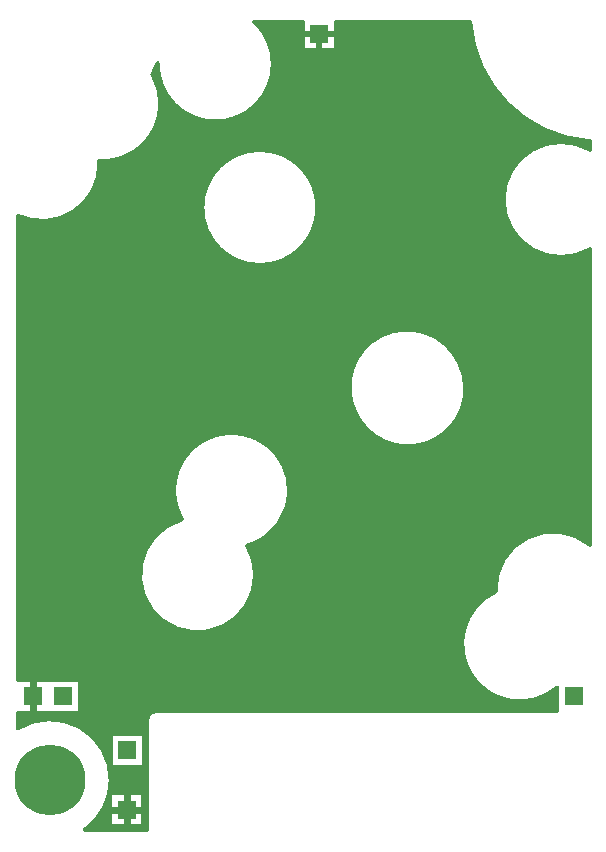
<source format=gtl>
%FSLAX43Y43*%
%MOMM*%
G71*
G01*
G75*
G04 Layer_Physical_Order=1*
%ADD10C,0.300*%
%ADD11C,0.600*%
%ADD12C,0.500*%
%ADD13C,6.000*%
%ADD14R,1.500X1.500*%
D10*
X39077Y64200D02*
G03*
X49200Y54077I10923J800D01*
G01*
Y53378D02*
G03*
X49200Y44922I-2420J-4228D01*
G01*
X22377Y60625D02*
G03*
X20815Y64200I-4872J0D01*
G01*
X38677Y33125D02*
G03*
X38125Y35378I-4872J0D01*
G01*
G03*
X29411Y31022I-4394J-2103D01*
G01*
X49200Y19937D02*
G03*
X41239Y15948I-3095J-3762D01*
G01*
G03*
X46450Y7826I2041J-4423D01*
G01*
X29411Y31022D02*
G03*
X38677Y33125I4394J2103D01*
G01*
X20209Y19838D02*
G03*
X23752Y24525I-1328J4687D01*
G01*
X20877Y17375D02*
G03*
X20209Y19838I-4872J0D01*
G01*
X12635Y60708D02*
G03*
X22377Y60625I4871J-83D01*
G01*
X26152Y48475D02*
G03*
X26152Y48475I-4872J0D01*
G01*
X23752Y24525D02*
G03*
X14677Y22062I-4872J0D01*
G01*
X12179Y59746D02*
G03*
X12635Y60708I-4148J2554D01*
G01*
X12852Y57275D02*
G03*
X12179Y59746I-4872J0D01*
G01*
X7697Y52412D02*
G03*
X12852Y57275I283J4863D01*
G01*
X7702Y52200D02*
G03*
X7697Y52412I-4872J0D01*
G01*
X800Y47772D02*
G03*
X7702Y52200I2030J4428D01*
G01*
X14677Y22062D02*
G03*
X20877Y17375I1328J-4687D01*
G01*
X12500Y5850D02*
G03*
X11725Y5075I0J-775D01*
G01*
X12500Y5850D02*
G03*
X11725Y5075I0J-775D01*
G01*
X775Y4802D02*
G03*
X800Y5000I-775J198D01*
G01*
X8650Y0D02*
G03*
X775Y4370I-5150J0D01*
G01*
X6445Y-4225D02*
G03*
X8650Y0I-2945J4225D01*
G01*
X47900Y53891D02*
Y54251D01*
X47800Y53914D02*
Y54271D01*
X47500Y53968D02*
Y54337D01*
X47700Y53934D02*
Y54292D01*
X47600Y53952D02*
Y54314D01*
X47400Y53982D02*
Y54361D01*
X47300Y53994D02*
Y54386D01*
X47200Y54004D02*
Y54412D01*
X47100Y54011D02*
Y54439D01*
X47000Y54017D02*
Y54467D01*
X48400Y53745D02*
Y54166D01*
X48234Y53800D02*
X49200D01*
X48200Y53810D02*
Y54197D01*
X48600Y53669D02*
Y54138D01*
X48300Y53779D02*
Y54181D01*
X47240Y54000D02*
X49200D01*
X47863Y53900D02*
X49200D01*
X48100Y53840D02*
Y54214D01*
X48000Y53867D02*
Y54232D01*
X45900Y53941D02*
Y54844D01*
X46100Y53974D02*
Y54766D01*
X45800Y53922D02*
Y54885D01*
X45700Y53900D02*
Y54928D01*
X45600Y53876D02*
Y54971D01*
X45500Y53850D02*
Y55015D01*
X45400Y53822D02*
Y55061D01*
X45300Y53791D02*
Y55108D01*
X45200Y53758D02*
Y55156D01*
X45100Y53723D02*
Y55205D01*
X46900Y54020D02*
Y54496D01*
X46800Y54022D02*
Y54526D01*
X46700Y54021D02*
Y54557D01*
X46600Y54018D02*
Y54589D01*
X46500Y54014D02*
Y54622D01*
X46400Y54007D02*
Y54657D01*
X46300Y53998D02*
Y54692D01*
X46200Y53987D02*
Y54728D01*
X46000Y53959D02*
Y54805D01*
X45000Y53685D02*
Y55256D01*
X44900Y53644D02*
Y55308D01*
X44800Y53601D02*
Y55361D01*
X49100Y53434D02*
Y54085D01*
X49000Y53487D02*
Y54094D01*
X44700Y53555D02*
Y55416D01*
X44600Y53506D02*
Y55472D01*
X44500Y53455D02*
Y55529D01*
X44400Y53400D02*
Y55588D01*
X44300Y53343D02*
Y55648D01*
X48900Y53536D02*
Y54103D01*
X48974Y53500D02*
X49200D01*
X48800Y53583D02*
Y54114D01*
X49200Y53378D02*
Y54077D01*
X49200Y53378D02*
Y54077D01*
X48522Y53700D02*
X49200D01*
X48500Y53708D02*
Y54151D01*
X48763Y53600D02*
X49200D01*
X48700Y53628D02*
Y54125D01*
X43200Y52453D02*
Y56415D01*
X43300Y52559D02*
Y56337D01*
X43100Y52342D02*
Y56495D01*
X43000Y52222D02*
Y56577D01*
X42900Y52095D02*
Y56661D01*
X42800Y51958D02*
Y56747D01*
X42700Y51811D02*
Y56836D01*
X42600Y51651D02*
Y56926D01*
X42500Y51476D02*
Y57019D01*
X44100Y53218D02*
Y55773D01*
X44200Y53282D02*
Y55710D01*
X44000Y53150D02*
Y55838D01*
X43900Y53079D02*
Y55904D01*
X43800Y53003D02*
Y55972D01*
X43700Y52924D02*
Y56042D01*
X43600Y52840D02*
Y56113D01*
X43500Y52751D02*
Y56186D01*
X43400Y52658D02*
Y56260D01*
X21954Y53300D02*
X44229D01*
X20250Y56600D02*
X42973D01*
X22467Y53200D02*
X44073D01*
X22811Y53100D02*
X43929D01*
X19930Y56400D02*
X43219D01*
X19747Y56300D02*
X43348D01*
X20097Y56500D02*
X43094D01*
X19310Y56100D02*
X43618D01*
X19543Y56200D02*
X43481D01*
X23872Y52600D02*
X43341D01*
X24025Y52500D02*
X43243D01*
X24166Y52400D02*
X43151D01*
X24298Y52300D02*
X43064D01*
X24420Y52200D02*
X42982D01*
X23085Y53000D02*
X43795D01*
X23318Y52900D02*
X43671D01*
X23523Y52800D02*
X43554D01*
X23706Y52700D02*
X43444D01*
X21671Y58100D02*
X41495D01*
X21609Y58000D02*
X41577D01*
X21730Y58200D02*
X41415D01*
X21474Y57800D02*
X41748D01*
X21543Y57900D02*
X41661D01*
X21324Y57600D02*
X41926D01*
X21242Y57500D02*
X42019D01*
X21401Y57700D02*
X41836D01*
X21066Y57300D02*
X42212D01*
X21157Y57400D02*
X42114D01*
X20868Y57100D02*
X42415D01*
X24535Y52100D02*
X42903D01*
X20970Y57200D02*
X42312D01*
X24643Y52000D02*
X42829D01*
X24745Y51900D02*
X42759D01*
X20645Y56900D02*
X42629D01*
X20760Y57000D02*
X42520D01*
X20391Y56700D02*
X42855D01*
X20522Y56800D02*
X42740D01*
X42300Y51062D02*
Y57212D01*
X42400Y51281D02*
Y57114D01*
X42200Y50809D02*
Y57312D01*
X42100Y50501D02*
Y57415D01*
X24841Y51800D02*
X42693D01*
X24932Y51700D02*
X42629D01*
X25018Y51600D02*
X42570D01*
X25099Y51500D02*
X42513D01*
X25176Y51400D02*
X42459D01*
X25506Y50900D02*
X42234D01*
X25561Y50800D02*
X42197D01*
X25614Y50700D02*
X42162D01*
X25664Y50600D02*
X42130D01*
X25711Y50500D02*
X42100D01*
X25249Y51300D02*
X42409D01*
X25319Y51200D02*
X42361D01*
X25384Y51100D02*
X42316D01*
X25447Y51000D02*
X42274D01*
X42000Y50087D02*
Y57520D01*
X25836Y50200D02*
X42023D01*
X25939Y49900D02*
X41967D01*
X25968Y49800D02*
X41952D01*
X25996Y49700D02*
X41940D01*
X25756Y50400D02*
X42072D01*
X25797Y50300D02*
X42046D01*
X25873Y50100D02*
X42002D01*
X25907Y50000D02*
X41984D01*
X26082Y49300D02*
X41911D01*
X26098Y49200D02*
X41909D01*
X26112Y49100D02*
X41909D01*
X26124Y49000D02*
X41911D01*
X26133Y48900D02*
X41915D01*
X26020Y49600D02*
X41930D01*
X26043Y49500D02*
X41921D01*
X26063Y49400D02*
X41915D01*
X26141Y48800D02*
X41921D01*
X48973Y44800D02*
X49200D01*
X48762Y44700D02*
X49200D01*
X48521Y44600D02*
X49200D01*
X48232Y44500D02*
X49200D01*
X47861Y44400D02*
X49200D01*
X47237Y44300D02*
X49200D01*
X37291Y36600D02*
X49200D01*
X37382Y36500D02*
X49200D01*
X37468Y36400D02*
X49200D01*
X37549Y36300D02*
X49200D01*
X37897Y35800D02*
X49200D01*
X37956Y35700D02*
X49200D01*
X38011Y35600D02*
X49200D01*
X38064Y35500D02*
X49200D01*
X38114Y35400D02*
X49200D01*
X37626Y36200D02*
X49200D01*
X37699Y36100D02*
X49200D01*
X37769Y36000D02*
X49200D01*
X37834Y35900D02*
X49200D01*
X38342Y34900D02*
X49200D01*
X38415Y34700D02*
X49200D01*
X38448Y34600D02*
X49200D01*
X38479Y34500D02*
X49200D01*
X38507Y34400D02*
X49200D01*
X38165Y35300D02*
X49200D01*
X38213Y35200D02*
X49200D01*
X38259Y35100D02*
X49200D01*
X38302Y35000D02*
X49200D01*
X38380Y34800D02*
X49200D01*
X38578Y34100D02*
X49200D01*
X38598Y34000D02*
X49200D01*
X38643Y33700D02*
X49200D01*
X38654Y33600D02*
X49200D01*
X38663Y33500D02*
X49200D01*
X38533Y34300D02*
X49200D01*
X38557Y34200D02*
X49200D01*
X38615Y33900D02*
X49200D01*
X38630Y33800D02*
X49200D01*
X38669Y33400D02*
X49200D01*
X38674Y33300D02*
X49200D01*
X38676Y33200D02*
X49200D01*
X38677Y33100D02*
X49200D01*
X38675Y33000D02*
X49200D01*
X38672Y32900D02*
X49200D01*
X38666Y32800D02*
X49200D01*
X38658Y32700D02*
X49200D01*
X38649Y32600D02*
X49200D01*
X38637Y32500D02*
X49200D01*
X38623Y32400D02*
X49200D01*
X38607Y32300D02*
X49200D01*
X38588Y32200D02*
X49200D01*
X38568Y32100D02*
X49200D01*
X38545Y32000D02*
X49200D01*
X38520Y31900D02*
X49200D01*
X38493Y31800D02*
X49200D01*
X38464Y31700D02*
X49200D01*
X38432Y31600D02*
X49200D01*
X38398Y31500D02*
X49200D01*
X38361Y31400D02*
X49200D01*
X38322Y31300D02*
X49200D01*
X38280Y31200D02*
X49200D01*
X38236Y31100D02*
X49200D01*
X38189Y31000D02*
X49200D01*
X38139Y30900D02*
X49200D01*
X38086Y30800D02*
X49200D01*
X38030Y30700D02*
X49200D01*
X37971Y30600D02*
X49200D01*
X37909Y30500D02*
X49200D01*
X37843Y30400D02*
X49200D01*
X37774Y30300D02*
X49200D01*
X37701Y30200D02*
X49200D01*
X37624Y30100D02*
X49200D01*
X37543Y30000D02*
X49200D01*
X37457Y29900D02*
X49200D01*
X37366Y29800D02*
X49200D01*
X25855Y46800D02*
X42513D01*
X25777Y46600D02*
X42630D01*
X25817Y46700D02*
X42570D01*
X25688Y46400D02*
X42759D01*
X25734Y46500D02*
X42693D01*
X25588Y46200D02*
X42904D01*
X25534Y46100D02*
X42982D01*
X25639Y46300D02*
X42830D01*
X25416Y45900D02*
X43151D01*
X25476Y46000D02*
X43064D01*
X25284Y45700D02*
X43341D01*
X25213Y45600D02*
X43444D01*
X25352Y45800D02*
X43244D01*
X25059Y45400D02*
X43671D01*
X25138Y45500D02*
X43554D01*
X24887Y45200D02*
X43929D01*
X24975Y45300D02*
X43796D01*
X24694Y45000D02*
X44229D01*
X24793Y45100D02*
X44073D01*
X26147Y48700D02*
X41930D01*
X26150Y48600D02*
X41940D01*
X26152Y48500D02*
X41952D01*
X26151Y48400D02*
X41967D01*
X26149Y48300D02*
X41984D01*
X26138Y48100D02*
X42023D01*
X26129Y48000D02*
X42047D01*
X26144Y48200D02*
X42002D01*
X26105Y47800D02*
X42100D01*
X26118Y47900D02*
X42072D01*
X26090Y47700D02*
X42130D01*
X26053Y47500D02*
X42197D01*
X26073Y47600D02*
X42162D01*
X26008Y47300D02*
X42274D01*
X26032Y47400D02*
X42234D01*
X25954Y47100D02*
X42361D01*
X25982Y47200D02*
X42316D01*
X25890Y46900D02*
X42460D01*
X25923Y47000D02*
X42409D01*
X23616Y44200D02*
X49200D01*
X34403Y38100D02*
X49200D01*
X34917Y38000D02*
X49200D01*
X35261Y37900D02*
X49200D01*
X35535Y37800D02*
X49200D01*
X23423Y44100D02*
X49200D01*
X23205Y44000D02*
X49200D01*
X22954Y43900D02*
X49200D01*
X22650Y43800D02*
X49200D01*
X22245Y43700D02*
X49200D01*
X36475Y37300D02*
X49200D01*
X36616Y37200D02*
X49200D01*
X36747Y37100D02*
X49200D01*
X36870Y37000D02*
X49200D01*
X36985Y36900D02*
X49200D01*
X35768Y37700D02*
X49200D01*
X35973Y37600D02*
X49200D01*
X36156Y37500D02*
X49200D01*
X36322Y37400D02*
X49200D01*
X24478Y44800D02*
X44588D01*
X24359Y44700D02*
X44798D01*
X24590Y44900D02*
X44400D01*
X37093Y36800D02*
X49200D01*
X37195Y36700D02*
X49200D01*
X24097Y44500D02*
X45328D01*
X24233Y44600D02*
X45040D01*
X23790Y44300D02*
X46324D01*
X23950Y44400D02*
X45699D01*
X37270Y29700D02*
X49200D01*
X37168Y29600D02*
X49200D01*
X37060Y29500D02*
X49200D01*
X36945Y29400D02*
X49200D01*
X36822Y29300D02*
X49200D01*
X36691Y29200D02*
X49200D01*
X36550Y29100D02*
X49200D01*
X36397Y29000D02*
X49200D01*
X36230Y28900D02*
X49200D01*
X35400Y37852D02*
Y64200D01*
X35300Y37887D02*
Y64200D01*
X35200Y37920D02*
Y64200D01*
X35600Y37774D02*
Y64200D01*
X35500Y37814D02*
Y64200D01*
X34900Y38004D02*
Y64200D01*
X34800Y38028D02*
Y64200D01*
X34700Y38049D02*
Y64200D01*
X35100Y37950D02*
Y64200D01*
X35000Y37978D02*
Y64200D01*
X34600Y38068D02*
Y64200D01*
X34500Y38085D02*
Y64200D01*
X34400Y38100D02*
Y64200D01*
X34300Y38113D02*
Y64200D01*
X34200Y38124D02*
Y64200D01*
X34100Y38133D02*
Y64200D01*
X34000Y38139D02*
Y64200D01*
X33900Y38144D02*
Y64200D01*
X33800Y38146D02*
Y64200D01*
X33700Y38146D02*
Y64200D01*
X33600Y38145D02*
Y64200D01*
X33500Y38141D02*
Y64200D01*
X33400Y38135D02*
Y64200D01*
X33300Y38128D02*
Y64200D01*
X33200Y38118D02*
Y64200D01*
X33100Y38106D02*
Y64200D01*
X33000Y38091D02*
Y64200D01*
X32900Y38075D02*
Y64200D01*
X32800Y38057D02*
Y64200D01*
X32700Y38036D02*
Y64200D01*
X32600Y38014D02*
Y64200D01*
X32500Y37989D02*
Y64200D01*
X32400Y37961D02*
Y64200D01*
X32300Y37932D02*
Y64200D01*
X32200Y37900D02*
Y64200D01*
X32100Y37866D02*
Y64200D01*
X32000Y37829D02*
Y64200D01*
X31900Y37790D02*
Y64200D01*
X38400Y34745D02*
Y64200D01*
X38300Y35004D02*
Y64200D01*
X38200Y35228D02*
Y64200D01*
X38600Y33989D02*
Y64200D01*
X38500Y34427D02*
Y64200D01*
X37900Y35795D02*
Y64200D01*
X37800Y35953D02*
Y64200D01*
X37700Y36099D02*
Y64200D01*
X38100Y35429D02*
Y64200D01*
X38000Y35621D02*
Y64200D01*
X37400Y36479D02*
Y64200D01*
X37300Y36590D02*
Y64200D01*
X37200Y36695D02*
Y64200D01*
X37600Y36235D02*
Y64200D01*
X37500Y36361D02*
Y64200D01*
X36900Y36975D02*
Y64200D01*
X36800Y37058D02*
Y64200D01*
X37100Y36793D02*
Y64200D01*
X37000Y36887D02*
Y64200D01*
X36500Y37283D02*
Y64200D01*
X36400Y37350D02*
Y64200D01*
X36300Y37414D02*
Y64200D01*
X36700Y37137D02*
Y64200D01*
X36600Y37212D02*
Y64200D01*
X36000Y37586D02*
Y64200D01*
X35900Y37637D02*
Y64200D01*
X36200Y37474D02*
Y64200D01*
X36100Y37532D02*
Y64200D01*
X35800Y37685D02*
Y64200D01*
X35700Y37731D02*
Y64200D01*
X31800Y37748D02*
Y64200D01*
X31700Y37703D02*
Y64200D01*
X31600Y37656D02*
Y64200D01*
X31500Y37606D02*
Y64200D01*
X31400Y37553D02*
Y64200D01*
X31300Y37497D02*
Y64200D01*
X31200Y37438D02*
Y64200D01*
X27700Y64200D02*
X39077D01*
X27700Y64200D02*
X39077D01*
X27700Y61800D02*
Y64200D01*
X24900Y61800D02*
Y64200D01*
X23500Y52812D02*
Y64200D01*
X20815Y64200D02*
X24900D01*
X20815Y64200D02*
X24900D01*
X23300Y52908D02*
Y64200D01*
X23400Y52861D02*
Y64200D01*
X23200Y52952D02*
Y64200D01*
X27700Y64000D02*
X39094D01*
X27700Y63900D02*
X39103D01*
X27700Y64100D02*
X39085D01*
X23100Y52994D02*
Y64200D01*
X23000Y53033D02*
Y64200D01*
X20920Y64100D02*
X24900D01*
X21019Y64000D02*
X24900D01*
X22900Y53070D02*
Y64200D01*
X22800Y53104D02*
Y64200D01*
X22700Y53135D02*
Y64200D01*
X22400Y53216D02*
Y64200D01*
X22300Y61488D02*
Y64200D01*
X22600Y53164D02*
Y64200D01*
X22500Y53191D02*
Y64200D01*
X22100Y62245D02*
Y64200D01*
X22000Y62504D02*
Y64200D01*
X21900Y62728D02*
Y64200D01*
X22200Y61927D02*
Y64200D01*
X21600Y63265D02*
Y64200D01*
X21500Y63414D02*
Y64200D01*
X21400Y63552D02*
Y64200D01*
X21800Y62925D02*
Y64200D01*
X21700Y63103D02*
Y64200D01*
X21100Y63913D02*
Y64200D01*
X21000Y64019D02*
Y64200D01*
X21300Y63680D02*
Y64200D01*
X21200Y63800D02*
Y64200D01*
X31100Y37375D02*
Y64200D01*
X31000Y37309D02*
Y64200D01*
X30900Y37240D02*
Y64200D01*
X30800Y37167D02*
Y64200D01*
X30700Y37089D02*
Y64200D01*
X30600Y37008D02*
Y64200D01*
X30500Y36921D02*
Y64200D01*
X30400Y36830D02*
Y64200D01*
X30300Y36734D02*
Y64200D01*
X30200Y36632D02*
Y64200D01*
X30100Y36523D02*
Y64200D01*
X30000Y36408D02*
Y64200D01*
X29900Y36285D02*
Y64200D01*
X29800Y36153D02*
Y64200D01*
X29700Y36011D02*
Y64200D01*
X29600Y35858D02*
Y64200D01*
X29500Y35691D02*
Y64200D01*
X29400Y35506D02*
Y64200D01*
X29300Y35300D02*
Y64200D01*
X29200Y35066D02*
Y64200D01*
X29100Y34788D02*
Y64200D01*
X24900Y51736D02*
Y64200D01*
X29000Y34439D02*
Y64200D01*
X28900Y33906D02*
Y64200D01*
X24600Y52041D02*
Y64200D01*
X24500Y52131D02*
Y64200D01*
X24800Y51843D02*
Y64200D01*
X24700Y51945D02*
Y64200D01*
X24200Y52375D02*
Y64200D01*
X24100Y52448D02*
Y64200D01*
X24000Y52517D02*
Y64200D01*
X24400Y52217D02*
Y64200D01*
X24300Y52298D02*
Y64200D01*
X23800Y52644D02*
Y64200D01*
X23600Y52759D02*
Y64200D01*
X23900Y52582D02*
Y64200D01*
X23700Y52703D02*
Y64200D01*
X27700Y62800D02*
X39271D01*
X27700Y62700D02*
X39292D01*
X27700Y62600D02*
X39314D01*
X27700Y62400D02*
X39361D01*
X27700Y62500D02*
X39337D01*
X27700Y62300D02*
X39386D01*
X27700Y62100D02*
X39439D01*
X27700Y62200D02*
X39412D01*
X27700Y62000D02*
X39467D01*
X27700Y61900D02*
X39496D01*
X22330Y61300D02*
X39692D01*
X22343Y61200D02*
X39728D01*
X22257Y61700D02*
X39557D01*
X22354Y61100D02*
X39766D01*
X22363Y61000D02*
X39805D01*
X22233Y61800D02*
X39526D01*
X22278Y61600D02*
X39589D01*
X22298Y61500D02*
X39622D01*
X22315Y61400D02*
X39657D01*
X27700Y63800D02*
X39114D01*
X27700Y63700D02*
X39125D01*
X27700Y63600D02*
X39138D01*
X27700Y63500D02*
X39151D01*
X27700Y63400D02*
X39166D01*
X27700Y63300D02*
X39181D01*
X27700Y63200D02*
X39197D01*
X27700Y63100D02*
X39214D01*
X27700Y63000D02*
X39232D01*
X27700Y62900D02*
X39251D01*
X24900Y61800D02*
X27700D01*
X22179Y62000D02*
X24900D01*
X22080Y62300D02*
X24900D01*
X22115Y62200D02*
X24900D01*
X22148Y62100D02*
X24900D01*
X22207Y61900D02*
X24900D01*
X22376Y60700D02*
X39928D01*
X22377Y60600D02*
X39971D01*
X22369Y60900D02*
X39844D01*
X22375Y60500D02*
X40015D01*
X22372Y60400D02*
X40061D01*
X22366Y60300D02*
X40108D01*
X22349Y60100D02*
X40205D01*
X22358Y60200D02*
X40156D01*
X22323Y59900D02*
X40308D01*
X22337Y60000D02*
X40256D01*
X22307Y59800D02*
X40361D01*
X22268Y59600D02*
X40472D01*
X22288Y59700D02*
X40416D01*
X22245Y59500D02*
X40529D01*
X22220Y59400D02*
X40588D01*
X22164Y59200D02*
X40710D01*
X22193Y59300D02*
X40648D01*
X22132Y59100D02*
X40773D01*
X22098Y59000D02*
X40838D01*
X25900Y50022D02*
Y61800D01*
X25800Y50293D02*
Y61800D01*
X25700Y50525D02*
Y61800D01*
X26100Y49186D02*
Y61800D01*
X26000Y49683D02*
Y61800D01*
X25400Y51075D02*
Y61800D01*
X25300Y51228D02*
Y61800D01*
X25600Y50728D02*
Y61800D01*
X25500Y50910D02*
Y61800D01*
X25200Y51368D02*
Y61800D01*
X25100Y51499D02*
Y61800D01*
X25000Y51621D02*
Y61800D01*
X22374Y60800D02*
X39885D01*
X22300Y53239D02*
Y59762D01*
X22200Y53259D02*
Y59323D01*
X22100Y53277D02*
Y59005D01*
X21510Y63400D02*
X24900D01*
X21577Y63300D02*
X24900D01*
X21641Y63200D02*
X24900D01*
X21702Y63100D02*
X24900D01*
X21759Y63000D02*
X24900D01*
X21112Y63900D02*
X24900D01*
X21200Y63800D02*
X24900D01*
X21284Y63700D02*
X24900D01*
X21363Y63600D02*
X24900D01*
X21438Y63500D02*
X24900D01*
X22061Y58900D02*
X40904D01*
X22022Y58800D02*
X40972D01*
X21865Y62800D02*
X24900D01*
X21936Y58600D02*
X41113D01*
X21980Y58700D02*
X41042D01*
X21889Y58500D02*
X41186D01*
X21813Y62900D02*
X24900D01*
X21839Y58400D02*
X41260D01*
X21786Y58300D02*
X41337D01*
X21913Y62700D02*
X24900D01*
X21959Y62600D02*
X24900D01*
X22002Y62500D02*
X24900D01*
X22042Y62400D02*
X24900D01*
X22000Y53293D02*
Y58746D01*
X21900Y53307D02*
Y58522D01*
X21800Y53319D02*
Y58325D01*
X21700Y53328D02*
Y58147D01*
X21600Y53336D02*
Y57985D01*
X21500Y53342D02*
Y57836D01*
X21400Y53345D02*
Y57698D01*
X21300Y53347D02*
Y57570D01*
X21200Y53346D02*
Y57450D01*
X21100Y53343D02*
Y57337D01*
X21000Y53339D02*
Y57231D01*
X20900Y53332D02*
Y57131D01*
X20800Y53323D02*
Y57036D01*
X20700Y53312D02*
Y56947D01*
X20600Y53299D02*
Y56862D01*
X20500Y53284D02*
Y56782D01*
X21000Y28911D02*
Y43611D01*
X20400Y53266D02*
Y56707D01*
X21100Y28862D02*
Y43607D01*
X20900Y28958D02*
Y43618D01*
X20300Y53247D02*
Y56635D01*
Y29185D02*
Y43703D01*
X20200Y53225D02*
Y56566D01*
X20400Y29154D02*
Y43684D01*
X20200Y29214D02*
Y43725D01*
X20800Y29002D02*
Y43627D01*
X20806Y29000D02*
X31214D01*
X20600Y29083D02*
Y43651D01*
X21023Y28900D02*
X31380D01*
X20700Y29044D02*
Y43638D01*
X20251Y29200D02*
X30920D01*
X19846Y29300D02*
X30789D01*
X20555Y29100D02*
X31061D01*
X20500Y29120D02*
Y43666D01*
X20100Y53201D02*
Y56502D01*
X20000Y53175D02*
Y56441D01*
X19900Y53147D02*
Y56382D01*
X19800Y53116D02*
Y56328D01*
X19700Y53083D02*
Y56276D01*
X19600Y53048D02*
Y56227D01*
X19500Y53010D02*
Y56180D01*
X19400Y52969D02*
Y56137D01*
X19300Y52926D02*
Y56096D01*
X20000Y29266D02*
Y43775D01*
X19900Y29289D02*
Y43803D01*
X19700Y29327D02*
Y43867D01*
X20100Y29241D02*
Y43749D01*
X19800Y29309D02*
Y43834D01*
X19600Y29343D02*
Y43902D01*
X19500Y29357D02*
Y43940D01*
X19400Y29369D02*
Y43981D01*
X19300Y29378D02*
Y44024D01*
X47900Y20704D02*
Y44409D01*
X47700Y20778D02*
Y44366D01*
X47600Y20812D02*
Y44348D01*
X48100Y20620D02*
Y44460D01*
X47800Y20742D02*
Y44386D01*
X47500Y20843D02*
Y44332D01*
X47200Y20922D02*
Y44296D01*
X47100Y20944D02*
Y44289D01*
X47400Y20871D02*
Y44318D01*
X47300Y20898D02*
Y44306D01*
X47000Y20964D02*
Y44283D01*
X46700Y21010D02*
Y44279D01*
X46600Y21021D02*
Y44282D01*
X46900Y20981D02*
Y44280D01*
X46800Y20997D02*
Y44278D01*
X46500Y21031D02*
Y44286D01*
X46400Y21038D02*
Y44293D01*
X46300Y21043D02*
Y44302D01*
X46200Y21046D02*
Y44313D01*
X45300Y20980D02*
Y44509D01*
X45200Y20962D02*
Y44542D01*
X45000Y20919D02*
Y44615D01*
X44900Y20895D02*
Y44656D01*
X44800Y20868D02*
Y44699D01*
X44600Y20808D02*
Y44794D01*
X44700Y20839D02*
Y44745D01*
X44500Y20774D02*
Y44845D01*
X44400Y20738D02*
Y44900D01*
X44300Y20700D02*
Y44957D01*
X46100Y21047D02*
Y44326D01*
X46000Y21045D02*
Y44341D01*
X45900Y21042D02*
Y44359D01*
X45800Y21037D02*
Y44378D01*
X45700Y21030D02*
Y44400D01*
X45600Y21020D02*
Y44424D01*
X45500Y21009D02*
Y44450D01*
X45400Y20995D02*
Y44478D01*
X45100Y20942D02*
Y44577D01*
X49100Y20018D02*
Y44866D01*
X49000Y20094D02*
Y44813D01*
X44200Y20658D02*
Y45018D01*
X49200Y19938D02*
Y44922D01*
X49200Y19937D02*
Y44922D01*
X44000Y20568D02*
Y45150D01*
X44100Y20615D02*
Y45082D01*
X43900Y20519D02*
Y45221D01*
X43800Y20466D02*
Y45297D01*
X43700Y20411D02*
Y45376D01*
X48700Y20298D02*
Y44672D01*
X48600Y20360D02*
Y44631D01*
X48500Y20418D02*
Y44592D01*
X48900Y20165D02*
Y44764D01*
X48800Y20234D02*
Y44717D01*
X48300Y20524D02*
Y44521D01*
X48000Y20663D02*
Y44433D01*
X48400Y20472D02*
Y44555D01*
X48200Y20573D02*
Y44490D01*
X42600Y19558D02*
Y46649D01*
X42700Y19658D02*
Y46489D01*
X42500Y19451D02*
Y46824D01*
X42400Y19337D02*
Y47019D01*
X42300Y19216D02*
Y47238D01*
X42200Y19087D02*
Y47491D01*
X42100Y18948D02*
Y47799D01*
X42000Y18797D02*
Y48213D01*
X41900Y18634D02*
Y57629D01*
X43500Y20291D02*
Y45549D01*
X43600Y20353D02*
Y45460D01*
X43400Y20226D02*
Y45642D01*
X43300Y20158D02*
Y45741D01*
X43200Y20085D02*
Y45847D01*
X43100Y20009D02*
Y45958D01*
X43000Y19928D02*
Y46078D01*
X42900Y19843D02*
Y46205D01*
X42800Y19753D02*
Y46341D01*
X36047Y28800D02*
X49200D01*
X35843Y28700D02*
X49200D01*
X35610Y28600D02*
X49200D01*
X35335Y28500D02*
X49200D01*
X34991Y28400D02*
X49200D01*
X34477Y28300D02*
X49200D01*
X22078Y28200D02*
X49200D01*
X22190Y28100D02*
X49200D01*
X22295Y28000D02*
X49200D01*
X22394Y27900D02*
X49200D01*
X22813Y27400D02*
X49200D01*
X22884Y27300D02*
X49200D01*
X22952Y27200D02*
X49200D01*
X23016Y27100D02*
X49200D01*
X23077Y27000D02*
X49200D01*
X22487Y27800D02*
X49200D01*
X22575Y27700D02*
X49200D01*
X22659Y27600D02*
X49200D01*
X22738Y27500D02*
X49200D01*
X23334Y26500D02*
X49200D01*
X23417Y26300D02*
X49200D01*
X23455Y26200D02*
X49200D01*
X23490Y26100D02*
X49200D01*
X23523Y26000D02*
X49200D01*
X23134Y26900D02*
X49200D01*
X23188Y26800D02*
X49200D01*
X23240Y26700D02*
X49200D01*
X23288Y26600D02*
X49200D01*
X23377Y26400D02*
X49200D01*
X23582Y25800D02*
X49200D01*
X23673Y25400D02*
X49200D01*
X23690Y25300D02*
X49200D01*
X23705Y25200D02*
X49200D01*
X23718Y25100D02*
X49200D01*
X23554Y25900D02*
X49200D01*
X23608Y25700D02*
X49200D01*
X23632Y25600D02*
X49200D01*
X23653Y25500D02*
X49200D01*
X23749Y24700D02*
X49200D01*
X23751Y24600D02*
X49200D01*
X23752Y24500D02*
X49200D01*
X23750Y24400D02*
X49200D01*
X23747Y24300D02*
X49200D01*
X23729Y25000D02*
X49200D01*
X23738Y24900D02*
X49200D01*
X23744Y24800D02*
X49200D01*
X23741Y24200D02*
X49200D01*
X23733Y24100D02*
X49200D01*
X23724Y24000D02*
X49200D01*
X23712Y23900D02*
X49200D01*
X23698Y23800D02*
X49200D01*
X23682Y23700D02*
X49200D01*
X23663Y23600D02*
X49200D01*
X23643Y23500D02*
X49200D01*
X23620Y23400D02*
X49200D01*
X23595Y23300D02*
X49200D01*
X23568Y23200D02*
X49200D01*
X41400Y17436D02*
Y58219D01*
X41500Y17763D02*
Y58094D01*
X41300Y16974D02*
Y58348D01*
X41200Y15930D02*
Y58481D01*
X41100Y15881D02*
Y58618D01*
X41000Y15830D02*
Y58760D01*
X40900Y15775D02*
Y58906D01*
X40800Y15718D02*
Y59058D01*
X40700Y15657D02*
Y59216D01*
X23539Y23100D02*
X49200D01*
X23507Y23000D02*
X49200D01*
X41800Y18454D02*
Y57740D01*
X41700Y18254D02*
Y57855D01*
X41600Y18028D02*
Y57973D01*
X23473Y22900D02*
X49200D01*
X23436Y22800D02*
X49200D01*
X23397Y22700D02*
X49200D01*
X23355Y22600D02*
X49200D01*
X48143Y20600D02*
X49200D01*
X48348Y20500D02*
X49200D01*
X48531Y20400D02*
X49200D01*
X48697Y20300D02*
X49200D01*
X48850Y20200D02*
X49200D01*
X46778Y21000D02*
X49200D01*
X47292Y20900D02*
X49200D01*
X47636Y20800D02*
X49200D01*
X47910Y20700D02*
X49200D01*
X48991Y20100D02*
X49200D01*
X46297Y7700D02*
X46450D01*
X46166Y7600D02*
X46450D01*
X46025Y7500D02*
X46450D01*
X45872Y7400D02*
X46450D01*
X45706Y7300D02*
X46450D01*
X45522Y7200D02*
X46450D01*
X45318Y7100D02*
X46450D01*
X45085Y7000D02*
X46450D01*
Y5850D02*
Y7826D01*
X46400Y5850D02*
Y7783D01*
X46300Y5850D02*
Y7702D01*
X46200Y5850D02*
Y7625D01*
X46100Y5850D02*
Y7552D01*
X46000Y5850D02*
Y7483D01*
X45900Y5850D02*
Y7418D01*
X45800Y5850D02*
Y7355D01*
X45700Y5850D02*
Y7297D01*
X45600Y5850D02*
Y7241D01*
X45500Y5850D02*
Y7188D01*
X45400Y5850D02*
Y7139D01*
X45300Y5850D02*
Y7092D01*
X45200Y5850D02*
Y7047D01*
X45100Y5850D02*
Y7006D01*
X44810Y6900D02*
X46450D01*
X44466Y6800D02*
X46450D01*
X43952Y6700D02*
X46450D01*
X45000Y5850D02*
Y6967D01*
X44900Y5850D02*
Y6930D01*
X44800Y5850D02*
Y6896D01*
X44700Y5850D02*
Y6865D01*
X44600Y5850D02*
Y6835D01*
X44500Y5850D02*
Y6809D01*
X44400Y5850D02*
Y6784D01*
X44300Y5850D02*
Y6761D01*
X44200Y5850D02*
Y6741D01*
X44100Y5850D02*
Y6723D01*
X44000Y5850D02*
Y6707D01*
X43900Y5850D02*
Y6693D01*
X43800Y5850D02*
Y6681D01*
X43700Y5850D02*
Y6672D01*
X43600Y5850D02*
Y6664D01*
X43500Y5850D02*
Y6658D01*
X43400Y5850D02*
Y6655D01*
X43300Y5850D02*
Y6653D01*
X43200Y5850D02*
Y6654D01*
X43100Y5850D02*
Y6657D01*
X42000Y5850D02*
Y6825D01*
X42400Y5850D02*
Y6734D01*
X41900Y5850D02*
Y6853D01*
X41800Y5850D02*
Y6884D01*
X41700Y5850D02*
Y6917D01*
X41600Y5850D02*
Y6952D01*
X41500Y5850D02*
Y6990D01*
X41400Y5850D02*
Y7031D01*
X41300Y5850D02*
Y7074D01*
X43000Y5850D02*
Y6662D01*
X42900Y5850D02*
Y6668D01*
X42800Y5850D02*
Y6677D01*
X42700Y5850D02*
Y6688D01*
X42600Y5850D02*
Y6701D01*
X42500Y5850D02*
Y6716D01*
X42300Y5850D02*
Y6753D01*
X42200Y5850D02*
Y6775D01*
X42100Y5850D02*
Y6799D01*
X23311Y22500D02*
X49200D01*
X23264Y22400D02*
X49200D01*
X23214Y22300D02*
X49200D01*
X23161Y22200D02*
X49200D01*
X23105Y22100D02*
X49200D01*
X23046Y22000D02*
X49200D01*
X22984Y21900D02*
X49200D01*
X22919Y21800D02*
X49200D01*
X22849Y21700D02*
X49200D01*
X22776Y21600D02*
X49200D01*
X22699Y21500D02*
X49200D01*
X22618Y21400D02*
X49200D01*
X22532Y21300D02*
X49200D01*
X22441Y21200D02*
X49200D01*
X22345Y21100D02*
X49200D01*
X22243Y21000D02*
X45433D01*
X22135Y20900D02*
X44919D01*
X22020Y20800D02*
X44575D01*
X21897Y20700D02*
X44301D01*
X21766Y20600D02*
X44068D01*
X21625Y20500D02*
X43863D01*
X21472Y20400D02*
X43680D01*
X21305Y20300D02*
X43514D01*
X21122Y20200D02*
X43361D01*
X20918Y20100D02*
X43220D01*
X20685Y20000D02*
X43088D01*
X20410Y19900D02*
X42966D01*
X20231Y19800D02*
X42851D01*
X20286Y19700D02*
X42743D01*
X20522Y19200D02*
X42287D01*
X20561Y19100D02*
X42210D01*
X20598Y19000D02*
X42137D01*
X20632Y18900D02*
X42067D01*
X20664Y18800D02*
X42001D01*
X20339Y19600D02*
X42641D01*
X20389Y19500D02*
X42545D01*
X20436Y19400D02*
X42454D01*
X20481Y19300D02*
X42368D01*
X20768Y18400D02*
X41772D01*
X20788Y18300D02*
X41722D01*
X20837Y18000D02*
X41589D01*
X20849Y17900D02*
X41549D01*
X20858Y17800D02*
X41513D01*
X20693Y18700D02*
X41939D01*
X20720Y18600D02*
X41880D01*
X20745Y18500D02*
X41824D01*
X20807Y18200D02*
X41675D01*
X20823Y18100D02*
X41630D01*
X20866Y17700D02*
X41479D01*
X20872Y17600D02*
X41447D01*
X20875Y17500D02*
X41417D01*
X20877Y17400D02*
X41390D01*
X20876Y17300D02*
X41365D01*
X20874Y17200D02*
X41343D01*
X20869Y17100D02*
X41322D01*
X20863Y17000D02*
X41304D01*
X20854Y16900D02*
X41288D01*
X20843Y16800D02*
X41274D01*
X20830Y16700D02*
X41262D01*
X20815Y16600D02*
X41252D01*
X20798Y16500D02*
X41245D01*
X20778Y16400D02*
X41239D01*
X20757Y16300D02*
X41235D01*
X20733Y16200D02*
X41234D01*
X20707Y16100D02*
X41234D01*
X41100Y5850D02*
Y7169D01*
X41200Y5850D02*
Y7120D01*
X41000Y5850D02*
Y7220D01*
X40900Y5850D02*
Y7275D01*
X40800Y5850D02*
Y7332D01*
X20679Y16000D02*
X41237D01*
X20648Y15900D02*
X41137D01*
X20615Y15800D02*
X40944D01*
X20580Y15700D02*
X40770D01*
X39600Y14717D02*
Y61567D01*
X39700Y14828D02*
Y61278D01*
X39500Y14597D02*
Y61887D01*
X39400Y14470D02*
Y62246D01*
X39300Y14333D02*
Y62665D01*
X39100Y14026D02*
Y63936D01*
X39200Y14186D02*
Y63183D01*
X39000Y13851D02*
Y64200D01*
X38900Y13656D02*
Y64200D01*
X38800Y13437D02*
Y64200D01*
X40500Y15525D02*
Y59551D01*
X40600Y15593D02*
Y59380D01*
X40400Y15454D02*
Y59729D01*
X40300Y15378D02*
Y59915D01*
X40200Y15299D02*
Y60111D01*
X40100Y15215D02*
Y60317D01*
X40000Y15126D02*
Y60534D01*
X39900Y15033D02*
Y60765D01*
X39800Y14934D02*
Y61012D01*
X38700Y13184D02*
Y64200D01*
X38600Y12876D02*
Y32261D01*
X38500Y12462D02*
Y31823D01*
X38400Y5850D02*
Y31505D01*
X38300Y5850D02*
Y31246D01*
X38200Y5850D02*
Y31022D01*
X38100Y5850D02*
Y30825D01*
X38000Y5850D02*
Y30647D01*
X37900Y5850D02*
Y30485D01*
X37800Y5850D02*
Y30336D01*
X37700Y5850D02*
Y30198D01*
X37600Y5850D02*
Y30070D01*
X37500Y5850D02*
Y29950D01*
X37400Y5850D02*
Y29837D01*
X37300Y5850D02*
Y29731D01*
X37200Y5850D02*
Y29631D01*
X37100Y5850D02*
Y29536D01*
X37000Y5850D02*
Y29447D01*
X36900Y5850D02*
Y29362D01*
X36800Y5850D02*
Y29282D01*
X36700Y5850D02*
Y29207D01*
X36600Y5850D02*
Y29135D01*
X31000Y5850D02*
Y29142D01*
X30800Y5850D02*
Y29291D01*
X30900Y5850D02*
Y29215D01*
X30700Y5850D02*
Y29372D01*
X30600Y5850D02*
Y29457D01*
X30500Y5850D02*
Y29546D01*
X36500Y5850D02*
Y29066D01*
X36400Y5850D02*
Y29002D01*
X36300Y5850D02*
Y28941D01*
X36200Y5850D02*
Y28882D01*
X36100Y5850D02*
Y28828D01*
X31400Y5850D02*
Y28889D01*
X31300Y5850D02*
Y28947D01*
X31200Y5850D02*
Y29009D01*
X31100Y5850D02*
Y29074D01*
X29400Y5850D02*
Y31044D01*
X29500Y5850D02*
Y30846D01*
X29300Y5850D02*
Y31250D01*
X29200Y5850D02*
Y31484D01*
X29100Y5850D02*
Y31762D01*
X29000Y5850D02*
Y32111D01*
X28900Y5850D02*
Y32644D01*
X28800Y5850D02*
Y64200D01*
X28700Y5850D02*
Y64200D01*
X30300Y5850D02*
Y29742D01*
X30400Y5850D02*
Y29642D01*
X30200Y5850D02*
Y29849D01*
X30100Y5850D02*
Y29963D01*
X30000Y5850D02*
Y30084D01*
X29900Y5850D02*
Y30213D01*
X29800Y5850D02*
Y30352D01*
X29700Y5850D02*
Y30503D01*
X29600Y5850D02*
Y30666D01*
X28600Y5850D02*
Y64200D01*
X28500Y5850D02*
Y64200D01*
X28400Y5850D02*
Y64200D01*
X28300Y5850D02*
Y64200D01*
X28200Y5850D02*
Y64200D01*
X28100Y5850D02*
Y64200D01*
X28000Y5850D02*
Y64200D01*
X27900Y5850D02*
Y64200D01*
X27800Y5850D02*
Y64200D01*
X27700Y5850D02*
Y61800D01*
X23700Y25236D02*
Y44247D01*
X23600Y25733D02*
Y44191D01*
X23500Y26072D02*
Y44138D01*
X27600Y5850D02*
Y61800D01*
X27500Y5850D02*
Y61800D01*
X23200Y26778D02*
Y43998D01*
X23100Y26960D02*
Y43956D01*
X23400Y26343D02*
Y44089D01*
X23300Y26575D02*
Y44042D01*
X22800Y27418D02*
Y43846D01*
X22700Y27549D02*
Y43815D01*
X22600Y27671D02*
Y43786D01*
X23000Y27125D02*
Y43917D01*
X22900Y27277D02*
Y43880D01*
X22300Y27995D02*
Y43711D01*
X22200Y28091D02*
Y43691D01*
X22100Y28181D02*
Y43673D01*
X22500Y27786D02*
Y43759D01*
X22400Y27893D02*
Y43734D01*
X21800Y28425D02*
Y43631D01*
X21700Y28498D02*
Y43622D01*
X21600Y28567D02*
Y43614D01*
X22000Y28267D02*
Y43657D01*
X21900Y28348D02*
Y43643D01*
X21300Y28753D02*
Y43603D01*
X21200Y28809D02*
Y43604D01*
X21500Y28632D02*
Y43608D01*
X21400Y28694D02*
Y43605D01*
X27400Y5850D02*
Y61800D01*
X27300Y5850D02*
Y61800D01*
X27200Y5850D02*
Y61800D01*
X27100Y5850D02*
Y61800D01*
X27000Y5850D02*
Y61800D01*
X26900Y5850D02*
Y61800D01*
X26800Y5850D02*
Y61800D01*
X26700Y5850D02*
Y61800D01*
X26600Y5850D02*
Y61800D01*
X26500Y5850D02*
Y61800D01*
X26400Y5850D02*
Y61800D01*
X26300Y5850D02*
Y61800D01*
X26200Y5850D02*
Y61800D01*
X26100Y5850D02*
Y47764D01*
X26000Y5850D02*
Y47267D01*
X25900Y5850D02*
Y46928D01*
X25800Y5850D02*
Y46657D01*
X25700Y5850D02*
Y46425D01*
X25600Y5850D02*
Y46222D01*
X25500Y5850D02*
Y46040D01*
X25400Y5850D02*
Y45875D01*
X25300Y5850D02*
Y45722D01*
X25200Y5850D02*
Y45582D01*
X25100Y5850D02*
Y45451D01*
X25000Y5850D02*
Y45329D01*
X24900Y5850D02*
Y45214D01*
X24800Y5850D02*
Y45107D01*
X24700Y5850D02*
Y45005D01*
X24600Y5850D02*
Y44909D01*
X24500Y5850D02*
Y44819D01*
X24400Y5850D02*
Y44733D01*
X24300Y5850D02*
Y44652D01*
X24200Y5850D02*
Y44575D01*
X24100Y5850D02*
Y44502D01*
X24000Y5850D02*
Y44433D01*
X23900Y5850D02*
Y44368D01*
X23800Y5850D02*
Y44306D01*
X39700Y5850D02*
Y8222D01*
X39800Y5850D02*
Y8116D01*
X39600Y5850D02*
Y8333D01*
X39500Y5850D02*
Y8453D01*
X39400Y5850D02*
Y8580D01*
X39200Y5850D02*
Y8864D01*
X39300Y5850D02*
Y8717D01*
X39100Y5850D02*
Y9024D01*
X39000Y5850D02*
Y9199D01*
X38900Y5850D02*
Y9394D01*
X40700Y5850D02*
Y7393D01*
X40600Y5850D02*
Y7457D01*
X40500Y5850D02*
Y7525D01*
X40400Y5850D02*
Y7596D01*
X40300Y5850D02*
Y7672D01*
X40200Y5850D02*
Y7751D01*
X40100Y5850D02*
Y7835D01*
X40000Y5850D02*
Y7924D01*
X39900Y5850D02*
Y8017D01*
X36000Y5850D02*
Y28776D01*
X35900Y5850D02*
Y28727D01*
X35800Y5850D02*
Y28680D01*
X35700Y5850D02*
Y28637D01*
X35600Y5850D02*
Y28596D01*
X35500Y5850D02*
Y28558D01*
X35400Y5850D02*
Y28522D01*
X35300Y5850D02*
Y28488D01*
X35200Y5850D02*
Y28457D01*
X35100Y5850D02*
Y28429D01*
X38700Y5850D02*
Y9866D01*
X38800Y5850D02*
Y9613D01*
X38600Y5850D02*
Y10174D01*
X38500Y5850D02*
Y10588D01*
X35000Y5850D02*
Y28402D01*
X34900Y5850D02*
Y28378D01*
X34800Y5850D02*
Y28356D01*
X34700Y5850D02*
Y28336D01*
X34600Y5850D02*
Y28319D01*
X34500Y5850D02*
Y28303D01*
X34400Y5850D02*
Y28290D01*
X34300Y5850D02*
Y28279D01*
X33300Y5850D02*
Y28280D01*
X33200Y5850D02*
Y28291D01*
X33100Y5850D02*
Y28305D01*
X33000Y5850D02*
Y28320D01*
X32900Y5850D02*
Y28338D01*
X32800Y5850D02*
Y28358D01*
X32700Y5850D02*
Y28381D01*
X34200Y5850D02*
Y28269D01*
X34100Y5850D02*
Y28262D01*
X34000Y5850D02*
Y28257D01*
X33900Y5850D02*
Y28254D01*
X33800Y5850D02*
Y28253D01*
X33700Y5850D02*
Y28255D01*
X33600Y5850D02*
Y28258D01*
X33500Y5850D02*
Y28263D01*
X33400Y5850D02*
Y28270D01*
X32400Y5850D02*
Y28461D01*
X32300Y5850D02*
Y28492D01*
X32100Y5850D02*
Y28562D01*
X32000Y5850D02*
Y28600D01*
X31900Y5850D02*
Y28642D01*
X31800Y5850D02*
Y28685D01*
X31700Y5850D02*
Y28732D01*
X31600Y5850D02*
Y28781D01*
X31500Y5850D02*
Y28834D01*
X32600Y5850D02*
Y28405D01*
X32500Y5850D02*
Y28432D01*
X32200Y5850D02*
Y28526D01*
X23700Y5850D02*
Y23814D01*
X23600Y5850D02*
Y23317D01*
X23500Y5850D02*
Y22978D01*
X23400Y5850D02*
Y22707D01*
X23300Y5850D02*
Y22475D01*
X23200Y5850D02*
Y22272D01*
X20542Y15600D02*
X40611D01*
X20502Y15500D02*
X40464D01*
X20459Y15400D02*
X40328D01*
X20413Y15300D02*
X40201D01*
X20364Y15200D02*
X40082D01*
X20313Y15100D02*
X39971D01*
X20259Y15000D02*
X39866D01*
X20201Y14900D02*
X39767D01*
X20141Y14800D02*
X39674D01*
X20077Y14700D02*
X39586D01*
X20009Y14600D02*
X39502D01*
X19938Y14500D02*
X39423D01*
X19863Y14400D02*
X39348D01*
X19784Y14300D02*
X39276D01*
X19700Y14200D02*
X39209D01*
X19612Y14100D02*
X39145D01*
X19518Y14000D02*
X39084D01*
X19420Y13900D02*
X39027D01*
X19315Y13800D02*
X38973D01*
X21833Y28400D02*
X32620D01*
X21960Y28300D02*
X33134D01*
X21697Y28500D02*
X32276D01*
X23100Y5850D02*
Y22090D01*
X23000Y5850D02*
Y21925D01*
X21391Y28700D02*
X31768D01*
X21217Y28800D02*
X31564D01*
X21550Y28600D02*
X32001D01*
X20700Y18677D02*
Y20006D01*
X20600Y18995D02*
Y19967D01*
X20500Y19254D02*
Y19930D01*
X22900Y5850D02*
Y21773D01*
X20800Y18238D02*
Y20048D01*
X20400Y19478D02*
Y19896D01*
X20300Y19675D02*
Y19865D01*
X19203Y13700D02*
X38921D01*
X22800Y5850D02*
Y21632D01*
X22700Y5850D02*
Y21501D01*
X22600Y5850D02*
Y21379D01*
X22500Y5850D02*
Y21264D01*
X22400Y5850D02*
Y21157D01*
X22300Y5850D02*
Y21055D01*
X22200Y5850D02*
Y20959D01*
X22100Y5850D02*
Y20869D01*
X22000Y5850D02*
Y20783D01*
X21900Y5850D02*
Y20702D01*
X21800Y5850D02*
Y20625D01*
X21700Y5850D02*
Y20552D01*
X21600Y5850D02*
Y20483D01*
X21500Y5850D02*
Y20418D01*
X21400Y5850D02*
Y20356D01*
X21300Y5850D02*
Y20297D01*
X21200Y5850D02*
Y20241D01*
X21100Y5850D02*
Y20188D01*
X21000Y5850D02*
Y20139D01*
X20900Y5850D02*
Y20092D01*
X20800Y5850D02*
Y16512D01*
X20700Y5850D02*
Y16073D01*
X20600Y5850D02*
Y15755D01*
X20500Y5850D02*
Y15496D01*
X20400Y5850D02*
Y15272D01*
X20300Y5850D02*
Y15075D01*
X20200Y5850D02*
Y14897D01*
X20100Y5850D02*
Y14735D01*
X20000Y5850D02*
Y14586D01*
X19900Y5850D02*
Y14448D01*
X19800Y5850D02*
Y14320D01*
X19700Y5850D02*
Y14200D01*
X19600Y5850D02*
Y14087D01*
X19500Y5850D02*
Y13981D01*
X19400Y5850D02*
Y13881D01*
X19300Y5850D02*
Y13786D01*
X19200Y5850D02*
Y13697D01*
X18176Y55800D02*
X44058D01*
X12590Y55700D02*
X44216D01*
X18691Y55900D02*
X43906D01*
X12517Y55500D02*
X44551D01*
X12555Y55600D02*
X44380D01*
X12434Y55300D02*
X44915D01*
X12388Y55200D02*
X45111D01*
X12477Y55400D02*
X44729D01*
X12288Y55000D02*
X45534D01*
X12339Y55100D02*
X45317D01*
X12176Y54800D02*
X46012D01*
X12116Y54700D02*
X46278D01*
X12234Y54900D02*
X45765D01*
X11984Y54500D02*
X46887D01*
X12052Y54600D02*
X46567D01*
X11838Y54300D02*
X47665D01*
X11913Y54400D02*
X47246D01*
X11675Y54100D02*
X48936D01*
X11759Y54200D02*
X48183D01*
X19035Y56000D02*
X43760D01*
X19200Y52880D02*
Y56058D01*
X19100Y52831D02*
Y56022D01*
X19000Y52780D02*
Y55988D01*
X18900Y52725D02*
Y55957D01*
X18800Y52668D02*
Y55929D01*
X18700Y52607D02*
Y55902D01*
X18600Y52543D02*
Y55878D01*
X18500Y52475D02*
Y55856D01*
X18400Y52404D02*
Y55836D01*
X18300Y52328D02*
Y55819D01*
X18200Y52249D02*
Y55803D01*
X18100Y52165D02*
Y55790D01*
X18000Y52076D02*
Y55779D01*
X17900Y51983D02*
Y55769D01*
X12623Y55800D02*
X16835D01*
X17800Y51884D02*
Y55762D01*
X17700Y51778D02*
Y55757D01*
X18200Y29349D02*
Y44701D01*
X18300Y29362D02*
Y44622D01*
X18100Y29334D02*
Y44785D01*
X18000Y29316D02*
Y44874D01*
X17900Y29297D02*
Y44967D01*
X17800Y29275D02*
Y45066D01*
X17600Y51667D02*
Y55754D01*
X17700Y29251D02*
Y45172D01*
X17600Y29225D02*
Y45283D01*
X19100Y29392D02*
Y44119D01*
X19200Y29386D02*
Y44070D01*
X19000Y29395D02*
Y44170D01*
X18900Y29397D02*
Y44225D01*
X18800Y29396D02*
Y44282D01*
X18700Y29393D02*
Y44343D01*
X18600Y29389D02*
Y44407D01*
X18500Y29382D02*
Y44475D01*
X18400Y29373D02*
Y44546D01*
X17500Y51547D02*
Y55753D01*
X17400Y51420D02*
Y55755D01*
X17300Y51284D02*
Y55758D01*
X17200Y51136D02*
Y55763D01*
X17100Y50976D02*
Y55770D01*
X17000Y50801D02*
Y55780D01*
X16900Y50607D02*
Y55791D01*
X16800Y50387D02*
Y55805D01*
X16700Y50134D02*
Y55820D01*
X17400Y29166D02*
Y45530D01*
X17500Y29197D02*
Y45403D01*
X17300Y29133D02*
Y45666D01*
X17200Y29098D02*
Y45814D01*
X17100Y29060D02*
Y45974D01*
X17000Y29019D02*
Y46149D01*
X16900Y28976D02*
Y46343D01*
X16800Y28930D02*
Y46563D01*
X16700Y28881D02*
Y46816D01*
X11587Y54000D02*
X46320D01*
X11493Y53900D02*
X45698D01*
X11394Y53800D02*
X45327D01*
X11290Y53700D02*
X45039D01*
X11178Y53600D02*
X44798D01*
X11059Y53500D02*
X44587D01*
X10933Y53400D02*
X44399D01*
X10797Y53300D02*
X20607D01*
X10650Y53200D02*
X20094D01*
X10490Y53100D02*
X19750D01*
X10316Y53000D02*
X19475D01*
X10123Y52900D02*
X19242D01*
X9905Y52800D02*
X19038D01*
X9654Y52700D02*
X18855D01*
X9350Y52600D02*
X18688D01*
X8945Y52500D02*
X18536D01*
X7698Y52400D02*
X18395D01*
X7701Y52300D02*
X18263D01*
X7702Y52200D02*
X18141D01*
X7701Y52100D02*
X18026D01*
X7698Y52000D02*
X17918D01*
X7693Y51900D02*
X17816D01*
X7686Y51800D02*
X17720D01*
X7676Y51700D02*
X17629D01*
X7665Y51600D02*
X17543D01*
X7651Y51500D02*
X17462D01*
X7636Y51400D02*
X17385D01*
X7618Y51300D02*
X17311D01*
X7598Y51200D02*
X17242D01*
X7576Y51100D02*
X17176D01*
X7552Y51000D02*
X17114D01*
X7525Y50900D02*
X17055D01*
X7496Y50800D02*
X16999D01*
X7465Y50700D02*
X16947D01*
X7432Y50600D02*
X16897D01*
X7396Y50500D02*
X16850D01*
X7357Y50400D02*
X16805D01*
X7316Y50300D02*
X16764D01*
X800Y45500D02*
X17423D01*
X800Y45400D02*
X17502D01*
X800Y45600D02*
X17348D01*
X800Y45200D02*
X17674D01*
X800Y45300D02*
X17586D01*
X800Y45000D02*
X17866D01*
X800Y44900D02*
X17971D01*
X800Y45100D02*
X17767D01*
X800Y44700D02*
X18201D01*
X800Y44800D02*
X18083D01*
X800Y44500D02*
X18464D01*
X800Y44400D02*
X18611D01*
X800Y44600D02*
X18328D01*
X800Y44200D02*
X18945D01*
X800Y44300D02*
X18770D01*
X800Y44000D02*
X19355D01*
X800Y44100D02*
X19138D01*
X800Y43800D02*
X19911D01*
X800Y43900D02*
X19607D01*
X7272Y50200D02*
X16724D01*
X7226Y50100D02*
X16688D01*
X7177Y50000D02*
X16654D01*
X7125Y49900D02*
X16622D01*
X800Y47000D02*
X16638D01*
X800Y46800D02*
X16706D01*
X800Y46900D02*
X16671D01*
X800Y46700D02*
X16744D01*
X800Y46600D02*
X16784D01*
X800Y46400D02*
X16873D01*
X800Y46300D02*
X16921D01*
X800Y46500D02*
X16827D01*
X800Y46200D02*
X16973D01*
X800Y46100D02*
X17027D01*
X800Y45900D02*
X17145D01*
X800Y46000D02*
X17084D01*
X800Y45800D02*
X17209D01*
X800Y45700D02*
X17277D01*
X800Y43600D02*
X49200D01*
X800Y43500D02*
X49200D01*
X800Y43400D02*
X49200D01*
X800Y43300D02*
X49200D01*
X800Y43200D02*
X49200D01*
X800Y43100D02*
X49200D01*
X800Y43000D02*
X49200D01*
X800Y42900D02*
X49200D01*
X800Y42800D02*
X49200D01*
X800Y42700D02*
X49200D01*
X800Y42600D02*
X49200D01*
X800Y42500D02*
X49200D01*
X800Y42400D02*
X49200D01*
X800Y42300D02*
X49200D01*
X800Y42200D02*
X49200D01*
X800Y42100D02*
X49200D01*
X800Y42000D02*
X49200D01*
X800Y41900D02*
X49200D01*
X800Y41800D02*
X49200D01*
X800Y41700D02*
X49200D01*
X800Y41600D02*
X49200D01*
X800Y43700D02*
X20316D01*
X800Y41500D02*
X49200D01*
X800Y41400D02*
X49200D01*
X800Y41300D02*
X49200D01*
X800Y41200D02*
X49200D01*
X800Y41100D02*
X49200D01*
X800Y41000D02*
X49200D01*
X800Y40900D02*
X49200D01*
X800Y40800D02*
X49200D01*
X800Y40700D02*
X49200D01*
X800Y40600D02*
X49200D01*
X800Y40500D02*
X49200D01*
X800Y40400D02*
X49200D01*
X800Y40300D02*
X49200D01*
X800Y40200D02*
X49200D01*
X800Y40100D02*
X49200D01*
X800Y40000D02*
X49200D01*
X800Y39900D02*
X49200D01*
X800Y39800D02*
X49200D01*
X800Y39700D02*
X49200D01*
X800Y39600D02*
X49200D01*
X800Y39500D02*
X49200D01*
X800Y39400D02*
X49200D01*
X800Y39300D02*
X49200D01*
X800Y39200D02*
X49200D01*
X800Y39100D02*
X49200D01*
X800Y39000D02*
X49200D01*
X800Y38900D02*
X49200D01*
X800Y38800D02*
X49200D01*
X800Y38700D02*
X49200D01*
X800Y38600D02*
X49200D01*
X800Y38500D02*
X49200D01*
X800Y38400D02*
X49200D01*
X800Y38300D02*
X49200D01*
X800Y38200D02*
X49200D01*
X800Y38100D02*
X33057D01*
X800Y38000D02*
X32544D01*
X800Y37900D02*
X32200D01*
X800Y37800D02*
X31925D01*
X800Y37700D02*
X31693D01*
X800Y37600D02*
X31488D01*
X800Y37500D02*
X31305D01*
X800Y37400D02*
X31139D01*
X800Y37300D02*
X30986D01*
X800Y37200D02*
X30845D01*
X800Y37100D02*
X30713D01*
X800Y37000D02*
X30591D01*
X800Y36900D02*
X30476D01*
X800Y36800D02*
X30368D01*
X800Y36700D02*
X30266D01*
X800Y36600D02*
X30170D01*
X800Y36500D02*
X30079D01*
X800Y36400D02*
X29993D01*
X800Y36300D02*
X29912D01*
X800Y36200D02*
X29835D01*
X800Y36100D02*
X29761D01*
X800Y36000D02*
X29692D01*
X800Y35900D02*
X29626D01*
X800Y35800D02*
X29564D01*
X800Y35700D02*
X29505D01*
X800Y35600D02*
X29449D01*
X800Y35500D02*
X29397D01*
X800Y35400D02*
X29347D01*
X800Y35300D02*
X29300D01*
X800Y35200D02*
X29255D01*
X800Y35100D02*
X29214D01*
X800Y35000D02*
X29174D01*
X800Y34900D02*
X29138D01*
X800Y34800D02*
X29104D01*
X800Y34700D02*
X29072D01*
X800Y34600D02*
X29042D01*
X800Y34500D02*
X29015D01*
X800Y34400D02*
X28990D01*
X800Y34300D02*
X28968D01*
X800Y34200D02*
X28947D01*
X800Y34100D02*
X28929D01*
X800Y34000D02*
X28913D01*
X800Y33900D02*
X28899D01*
X800Y33800D02*
X28887D01*
X800Y33700D02*
X28877D01*
X800Y33600D02*
X28870D01*
X800Y33500D02*
X28864D01*
X800Y33400D02*
X28860D01*
X800Y33300D02*
X28859D01*
X800Y33200D02*
X28859D01*
X800Y33100D02*
X28862D01*
X800Y33000D02*
X28867D01*
X800Y32900D02*
X28873D01*
X800Y32800D02*
X28882D01*
X800Y32700D02*
X28893D01*
X800Y32600D02*
X28906D01*
X800Y31100D02*
X29371D01*
X800Y31000D02*
X29422D01*
X800Y31300D02*
X29277D01*
X800Y30800D02*
X29525D01*
X800Y30900D02*
X29472D01*
X800Y30600D02*
X29639D01*
X800Y30500D02*
X29702D01*
X800Y30700D02*
X29580D01*
X800Y30300D02*
X29837D01*
X800Y30400D02*
X29767D01*
X800Y30100D02*
X29987D01*
X800Y30000D02*
X30068D01*
X800Y30200D02*
X29910D01*
X800Y29800D02*
X30245D01*
X800Y29900D02*
X30154D01*
X800Y29600D02*
X30443D01*
X800Y29700D02*
X30341D01*
X800Y29400D02*
X30666D01*
X800Y29500D02*
X30551D01*
X800Y32400D02*
X28938D01*
X800Y32300D02*
X28957D01*
X800Y32500D02*
X28921D01*
X800Y32200D02*
X28979D01*
X800Y32100D02*
X29003D01*
X800Y32000D02*
X29029D01*
X800Y31900D02*
X29057D01*
X800Y31700D02*
X29121D01*
X800Y31800D02*
X29088D01*
X800Y31500D02*
X29194D01*
X800Y31400D02*
X29234D01*
X800Y31600D02*
X29156D01*
X800Y31200D02*
X29323D01*
X800Y29300D02*
X17915D01*
X800Y29200D02*
X17510D01*
X800Y29100D02*
X17206D01*
X800Y29000D02*
X16955D01*
X800Y28900D02*
X16737D01*
X12849Y57100D02*
X14143D01*
X12844Y57000D02*
X14251D01*
X12851Y57200D02*
X14041D01*
X12829Y56800D02*
X14489D01*
X12838Y56900D02*
X14366D01*
X12805Y56600D02*
X14761D01*
X12790Y56500D02*
X14914D01*
X12818Y56700D02*
X14620D01*
X12753Y56300D02*
X15264D01*
X12773Y56400D02*
X15080D01*
X16600Y49826D02*
Y55838D01*
Y28830D02*
Y47124D01*
X16500Y49413D02*
Y55858D01*
Y28775D02*
Y47537D01*
X16400Y28718D02*
Y55881D01*
X12708Y56100D02*
X15701D01*
X12732Y56200D02*
X15468D01*
X12654Y55900D02*
X16320D01*
X12682Y56000D02*
X15976D01*
X12696Y58500D02*
X13122D01*
X12720Y58400D02*
X13172D01*
X12700Y58483D02*
Y59825D01*
X12763Y58200D02*
X13280D01*
X12800Y57986D02*
Y59364D01*
X12607Y58800D02*
X12989D01*
X12639Y58700D02*
X13030D01*
X12600Y58822D02*
Y60611D01*
X12743Y58300D02*
X13225D01*
X12668Y58600D02*
X13075D01*
X12798Y58000D02*
X13402D01*
X12847Y57500D02*
X13768D01*
X12782Y58100D02*
X13339D01*
X12852Y57300D02*
X13945D01*
X12850Y57400D02*
X13854D01*
X12812Y57900D02*
X13467D01*
X12824Y57800D02*
X13537D01*
X12841Y57600D02*
X13687D01*
X12833Y57700D02*
X13610D01*
X15300Y27828D02*
Y56281D01*
X15500Y28033D02*
Y56185D01*
X15200Y27717D02*
Y56334D01*
X15100Y27597D02*
Y56389D01*
X15000Y27470D02*
Y56447D01*
X14900Y27334D02*
Y56509D01*
X14800Y27186D02*
Y56574D01*
X14700Y27026D02*
Y56642D01*
X14600Y26851D02*
Y56715D01*
X14500Y26657D02*
Y56791D01*
X16200Y28593D02*
Y55932D01*
X16300Y28657D02*
Y55905D01*
X16100Y28525D02*
Y55961D01*
X16000Y28454D02*
Y55992D01*
X15900Y28378D02*
Y56026D01*
X15800Y28299D02*
Y56062D01*
X15700Y28215D02*
Y56100D01*
X15600Y28126D02*
Y56142D01*
X15400Y27934D02*
Y56232D01*
X13600Y21611D02*
Y57713D01*
X13700Y21666D02*
Y57584D01*
X13500Y21553D02*
Y57852D01*
X13400Y21491D02*
Y58003D01*
X13300Y21426D02*
Y58166D01*
X13200Y21358D02*
Y58346D01*
X13100Y21285D02*
Y58546D01*
X13000Y21209D02*
Y58772D01*
X12900Y21128D02*
Y59037D01*
X14300Y26184D02*
Y56957D01*
X14400Y26437D02*
Y56872D01*
X14200Y25876D02*
Y57046D01*
X14100Y25463D02*
Y57141D01*
X14000Y21815D02*
Y57242D01*
X13900Y21768D02*
Y57349D01*
X13800Y21719D02*
Y57462D01*
X12800Y21043D02*
Y56564D01*
X12700Y20954D02*
Y56067D01*
X12497Y59100D02*
X12879D01*
X12536Y59000D02*
X12913D01*
X12411Y59300D02*
X12818D01*
X7070Y49800D02*
X16592D01*
X12573Y58900D02*
X12950D01*
X7012Y49700D02*
X16565D01*
X6950Y49600D02*
X16540D01*
X6885Y49500D02*
X16518D01*
X6817Y49400D02*
X16497D01*
X6745Y49300D02*
X16479D01*
X6669Y49200D02*
X16463D01*
X6588Y49100D02*
X16449D01*
X6503Y49000D02*
X16437D01*
X6414Y48900D02*
X16427D01*
X6319Y48800D02*
X16420D01*
X6219Y48700D02*
X16414D01*
X6112Y48600D02*
X16410D01*
X5999Y48500D02*
X16409D01*
X5879Y48400D02*
X16409D01*
X12516Y60400D02*
X12639D01*
X12472Y60300D02*
X12645D01*
X12426Y60200D02*
X12652D01*
X12377Y60100D02*
X12662D01*
X12500Y59093D02*
Y60362D01*
X12325Y60000D02*
X12674D01*
X12270Y59900D02*
X12688D01*
X12400Y59325D02*
Y60146D01*
X12300Y59528D02*
Y59954D01*
X12261Y59600D02*
X12743D01*
X12314Y59500D02*
X12766D01*
X12364Y59400D02*
X12790D01*
X12456Y59200D02*
X12847D01*
X12206Y59700D02*
X12722D01*
X12211Y59800D02*
X12704D01*
X5750Y48300D02*
X16412D01*
X5611Y48200D02*
X16417D01*
X5461Y48100D02*
X16423D01*
X12600Y20858D02*
Y55728D01*
X12500Y20758D02*
Y55457D01*
X5298Y48000D02*
X16432D01*
X4921Y47800D02*
X16456D01*
X5120Y47900D02*
X16443D01*
X4696Y47700D02*
X16471D01*
X4434Y47600D02*
X16488D01*
X4111Y47500D02*
X16507D01*
X800Y47300D02*
X16553D01*
X3662Y47400D02*
X16529D01*
X800Y47200D02*
X16579D01*
X800Y47100D02*
X16607D01*
X800Y28800D02*
X16544D01*
X800Y28700D02*
X16370D01*
X800Y28600D02*
X16211D01*
X800Y28500D02*
X16064D01*
X12400Y20651D02*
Y55225D01*
X12300Y20538D02*
Y55022D01*
X12200Y20416D02*
Y54840D01*
X12100Y20287D02*
Y54675D01*
X12000Y20148D02*
Y54523D01*
X11900Y19997D02*
Y54382D01*
X11800Y19834D02*
Y54251D01*
X11700Y19654D02*
Y54129D01*
X11600Y19454D02*
Y54014D01*
X11500Y19228D02*
Y53907D01*
X11400Y18963D02*
Y53805D01*
X11300Y18636D02*
Y53709D01*
X11200Y18175D02*
Y53619D01*
X800Y47600D02*
X1227D01*
X800Y47700D02*
X965D01*
X800Y47400D02*
X1999D01*
X800Y47500D02*
X1549D01*
X800Y28400D02*
X15928D01*
X800Y28300D02*
X15801D01*
X800Y28200D02*
X15682D01*
X800Y28100D02*
X15571D01*
X800Y28000D02*
X15466D01*
X800Y27900D02*
X15367D01*
X800Y27800D02*
X15274D01*
X800Y27700D02*
X15186D01*
X800Y27600D02*
X15102D01*
X800Y27500D02*
X15023D01*
X800Y27400D02*
X14948D01*
X800Y27300D02*
X14876D01*
X800Y27200D02*
X14809D01*
X800Y27100D02*
X14745D01*
X800Y27000D02*
X14684D01*
X800Y26900D02*
X14627D01*
X800Y26800D02*
X14573D01*
X800Y26700D02*
X14521D01*
X800Y26600D02*
X14473D01*
X800Y26500D02*
X14427D01*
X800Y26400D02*
X14384D01*
X800Y26300D02*
X14344D01*
X800Y26200D02*
X14306D01*
X800Y26100D02*
X14270D01*
X800Y26000D02*
X14237D01*
X800Y25900D02*
X14207D01*
X800Y25800D02*
X14179D01*
X800Y25700D02*
X14153D01*
X800Y25600D02*
X14129D01*
X800Y25500D02*
X14107D01*
X800Y25400D02*
X14088D01*
X800Y25300D02*
X14071D01*
X800Y25200D02*
X14056D01*
X800Y25100D02*
X14043D01*
X800Y25000D02*
X14032D01*
X800Y24900D02*
X14023D01*
X800Y24800D02*
X14017D01*
X800Y24700D02*
X14012D01*
X800Y23400D02*
X14141D01*
X800Y23300D02*
X14165D01*
X800Y23200D02*
X14193D01*
X14300Y21938D02*
Y22866D01*
X800Y23100D02*
X14222D01*
X800Y23000D02*
X14254D01*
X800Y22800D02*
X14325D01*
X800Y22900D02*
X14288D01*
X800Y22600D02*
X14405D01*
X800Y22700D02*
X14364D01*
X800Y22400D02*
X14497D01*
X14600Y22039D02*
Y22199D01*
X800Y22500D02*
X14450D01*
X14500Y22008D02*
Y22393D01*
X14400Y21974D02*
Y22613D01*
X800Y22300D02*
X14547D01*
X800Y22200D02*
X14600D01*
X800Y22100D02*
X14655D01*
X800Y22000D02*
X14475D01*
X800Y24600D02*
X14009D01*
X800Y24500D02*
X14009D01*
X800Y24400D02*
X14010D01*
X800Y24300D02*
X14014D01*
X800Y24200D02*
X14020D01*
X800Y24100D02*
X14027D01*
X800Y24000D02*
X14037D01*
X800Y23900D02*
X14049D01*
X800Y23800D02*
X14063D01*
X800Y23700D02*
X14079D01*
X800Y23600D02*
X14097D01*
X800Y23500D02*
X14118D01*
X14200Y21900D02*
Y23174D01*
X14100Y21858D02*
Y23587D01*
X800Y21900D02*
X14201D01*
X800Y21800D02*
X13968D01*
X800Y21700D02*
X13763D01*
X800Y21600D02*
X13580D01*
X800Y21500D02*
X13414D01*
X800Y21400D02*
X13261D01*
X800Y21300D02*
X13120D01*
X800Y21200D02*
X12988D01*
X800Y21100D02*
X12866D01*
X800Y21000D02*
X12751D01*
X800Y20900D02*
X12643D01*
X800Y20800D02*
X12541D01*
X800Y20700D02*
X12445D01*
X800Y20600D02*
X12354D01*
X800Y20500D02*
X12268D01*
X800Y20400D02*
X12187D01*
X800Y20300D02*
X12110D01*
X800Y20200D02*
X12036D01*
X800Y20100D02*
X11967D01*
X800Y20000D02*
X11901D01*
X800Y19900D02*
X11839D01*
X800Y19800D02*
X11780D01*
X800Y19700D02*
X11724D01*
X800Y19600D02*
X11672D01*
X800Y19500D02*
X11622D01*
X800Y19400D02*
X11575D01*
X800Y19300D02*
X11530D01*
X800Y19200D02*
X11489D01*
X800Y19100D02*
X11449D01*
X800Y19000D02*
X11413D01*
X800Y18900D02*
X11379D01*
X800Y18800D02*
X11347D01*
X800Y18700D02*
X11317D01*
X800Y18600D02*
X11290D01*
X800Y18500D02*
X11265D01*
X800Y18400D02*
X11243D01*
X800Y18300D02*
X11222D01*
X800Y18200D02*
X11204D01*
X800Y18100D02*
X11188D01*
X800Y18000D02*
X11174D01*
X800Y17900D02*
X11162D01*
X800Y16100D02*
X11304D01*
X800Y15800D02*
X11395D01*
X800Y16000D02*
X11332D01*
X800Y15600D02*
X11469D01*
X800Y15700D02*
X11431D01*
X800Y15400D02*
X11552D01*
X800Y15300D02*
X11598D01*
X800Y15500D02*
X11509D01*
X800Y15200D02*
X11646D01*
X800Y15100D02*
X11698D01*
X800Y14900D02*
X11809D01*
X800Y14800D02*
X11870D01*
X800Y15000D02*
X11752D01*
X800Y14600D02*
X12002D01*
X800Y14700D02*
X11934D01*
X800Y14400D02*
X12148D01*
X800Y14500D02*
X12073D01*
X800Y14200D02*
X12311D01*
X800Y14300D02*
X12227D01*
X800Y17800D02*
X11152D01*
X800Y17700D02*
X11145D01*
X800Y17600D02*
X11139D01*
X800Y17500D02*
X11135D01*
X800Y17400D02*
X11134D01*
X800Y17300D02*
X11134D01*
X800Y17200D02*
X11137D01*
X800Y17100D02*
X11142D01*
X800Y17000D02*
X11148D01*
X800Y16900D02*
X11157D01*
X800Y16800D02*
X11168D01*
X800Y16700D02*
X11181D01*
X800Y16500D02*
X11213D01*
X800Y16600D02*
X11196D01*
X800Y16400D02*
X11232D01*
X800Y16300D02*
X11254D01*
X800Y15900D02*
X11363D01*
X800Y16200D02*
X11278D01*
X19085Y13600D02*
X38873D01*
X18958Y13500D02*
X38827D01*
X19100Y5850D02*
Y13612D01*
X19000Y5850D02*
Y13532D01*
X18900Y5850D02*
Y13457D01*
X18822Y13400D02*
X38784D01*
X18675Y13300D02*
X38744D01*
X18800Y5850D02*
Y13385D01*
X18700Y5850D02*
Y13316D01*
X18600Y5850D02*
Y13252D01*
X18516Y13200D02*
X38706D01*
X18341Y13100D02*
X38670D01*
X18148Y13000D02*
X38637D01*
X18500Y5850D02*
Y13191D01*
X18400Y5850D02*
Y13132D01*
X17930Y12900D02*
X38607D01*
X17679Y12800D02*
X38579D01*
X17375Y12700D02*
X38553D01*
X16970Y12600D02*
X38529D01*
X18300Y5850D02*
Y13078D01*
X18200Y5850D02*
Y13026D01*
X18100Y5850D02*
Y12977D01*
X18000Y5850D02*
Y12930D01*
X17900Y5850D02*
Y12887D01*
X17800Y5850D02*
Y12846D01*
X17700Y5850D02*
Y12808D01*
X17600Y5850D02*
Y12772D01*
X17500Y5850D02*
Y12738D01*
X17400Y5850D02*
Y12707D01*
X17300Y5850D02*
Y12679D01*
X17200Y5850D02*
Y12652D01*
X17100Y5850D02*
Y12628D01*
X17000Y5850D02*
Y12606D01*
X16900Y5850D02*
Y12586D01*
X16800Y5850D02*
Y12569D01*
X16700Y5850D02*
Y12553D01*
X16600Y5850D02*
Y12540D01*
X16500Y5850D02*
Y12529D01*
X16400Y5850D02*
Y12519D01*
X16300Y5850D02*
Y12512D01*
X15300Y5850D02*
Y12555D01*
X15200Y5850D02*
Y12570D01*
X15100Y5850D02*
Y12588D01*
X15000Y5850D02*
Y12608D01*
X14900Y5850D02*
Y12631D01*
X14800Y5850D02*
Y12655D01*
X14700Y5850D02*
Y12682D01*
X14600Y5850D02*
Y12711D01*
X16200Y5850D02*
Y12507D01*
X16100Y5850D02*
Y12504D01*
X16000Y5850D02*
Y12503D01*
X15900Y5850D02*
Y12505D01*
X15800Y5850D02*
Y12508D01*
X15700Y5850D02*
Y12513D01*
X15600Y5850D02*
Y12520D01*
X15500Y5850D02*
Y12530D01*
X15400Y5850D02*
Y12541D01*
X13600Y5850D02*
Y13139D01*
X13500Y5850D02*
Y13197D01*
X13400Y5850D02*
Y13259D01*
X13300Y5850D02*
Y13324D01*
X13200Y5850D02*
Y13392D01*
X13100Y5850D02*
Y13465D01*
X13000Y5850D02*
Y13541D01*
X12900Y5850D02*
Y13622D01*
X12800Y5850D02*
Y13707D01*
X14500Y5850D02*
Y12742D01*
X14400Y5850D02*
Y12776D01*
X14300Y5850D02*
Y12812D01*
X14200Y5850D02*
Y12850D01*
X14100Y5850D02*
Y12892D01*
X14000Y5850D02*
Y12935D01*
X13900Y5850D02*
Y12982D01*
X13800Y5850D02*
Y13031D01*
X13700Y5850D02*
Y13083D01*
X800Y12500D02*
X38507D01*
X800Y12400D02*
X38488D01*
X800Y12300D02*
X38471D01*
X800Y12200D02*
X38456D01*
X800Y12100D02*
X38443D01*
X800Y12000D02*
X38432D01*
X800Y11900D02*
X38423D01*
X800Y11800D02*
X38417D01*
X800Y11700D02*
X38412D01*
X800Y11600D02*
X38409D01*
X800Y11500D02*
X38409D01*
X800Y11100D02*
X38427D01*
X800Y11400D02*
X38410D01*
X800Y11000D02*
X38437D01*
X800Y10900D02*
X38449D01*
X800Y10800D02*
X38463D01*
X800Y10700D02*
X38479D01*
X800Y10500D02*
X38518D01*
X800Y10600D02*
X38497D01*
X800Y14000D02*
X12492D01*
X800Y13900D02*
X12591D01*
X800Y14100D02*
X12399D01*
X800Y13800D02*
X12696D01*
X800Y13600D02*
X12926D01*
X800Y13500D02*
X13053D01*
X800Y13700D02*
X12808D01*
X800Y13300D02*
X13336D01*
X800Y13400D02*
X13189D01*
X800Y13100D02*
X13670D01*
X800Y13000D02*
X13863D01*
X800Y13200D02*
X13495D01*
X800Y12800D02*
X14332D01*
X800Y12900D02*
X14080D01*
X800Y12600D02*
X15041D01*
X800Y12700D02*
X14636D01*
X800Y11300D02*
X38414D01*
X800Y11200D02*
X38420D01*
X800Y10400D02*
X38541D01*
X800Y10200D02*
X38593D01*
X800Y10300D02*
X38565D01*
X800Y10100D02*
X38622D01*
X12700Y5850D02*
Y13796D01*
X800Y9900D02*
X38688D01*
X800Y9800D02*
X38724D01*
X800Y10000D02*
X38654D01*
X800Y9700D02*
X38764D01*
X800Y9600D02*
X38805D01*
X800Y9500D02*
X38850D01*
X800Y9300D02*
X38947D01*
X800Y9400D02*
X38897D01*
X800Y9100D02*
X39055D01*
X800Y9200D02*
X38999D01*
X800Y8900D02*
X39177D01*
X800Y9000D02*
X39114D01*
X800Y8700D02*
X39312D01*
X800Y8800D02*
X39242D01*
X11400Y3900D02*
Y15787D01*
X11700Y-4225D02*
Y15096D01*
X11300Y3900D02*
Y16114D01*
X11600Y-4225D02*
Y15296D01*
X11500Y-4225D02*
Y15522D01*
X11200Y3900D02*
Y16575D01*
X11100Y3900D02*
Y53533D01*
X11000Y3900D02*
Y53452D01*
X10900Y3900D02*
Y53375D01*
X12500Y5850D02*
Y13992D01*
X12600Y5850D02*
Y13892D01*
X12400Y5844D02*
Y14099D01*
X12300Y5824D02*
Y14212D01*
X12200Y5790D02*
Y14334D01*
X12100Y5739D02*
Y14463D01*
X12000Y5667D02*
Y14602D01*
X11900Y5565D02*
Y14753D01*
X11800Y5407D02*
Y14916D01*
X12500Y5850D02*
X46450D01*
X11450Y3900D02*
X11725D01*
X11450Y3800D02*
X11725D01*
X11450Y3700D02*
X11725D01*
X11450Y3600D02*
X11725D01*
X11450Y3500D02*
X11725D01*
X11450Y3400D02*
X11725D01*
X11450Y3300D02*
X11725D01*
X11450Y3200D02*
X11725D01*
X11450Y3100D02*
X11725D01*
X11450Y3000D02*
X11725D01*
X11450Y2900D02*
X11725D01*
X11450Y2800D02*
X11725D01*
X11450Y2700D02*
X11725D01*
X11450Y2600D02*
X11725D01*
X11450Y2500D02*
X11725D01*
X11450Y2400D02*
X11725D01*
X11450Y2300D02*
X11725D01*
X11450Y2200D02*
X11725D01*
X11450Y2100D02*
X11725D01*
X11450Y2000D02*
X11725D01*
X11450Y1100D02*
Y3900D01*
Y1900D02*
X11725D01*
X11450Y1800D02*
X11725D01*
X8650Y3900D02*
X11450D01*
Y1700D02*
X11725D01*
X11450Y1600D02*
X11725D01*
X11450Y1500D02*
X11725D01*
X11450Y1400D02*
X11725D01*
X11450Y1300D02*
X11725D01*
X11450Y1200D02*
X11725D01*
X11400Y-1100D02*
Y1100D01*
X8602Y700D02*
X11725D01*
X8650Y1100D02*
X11450D01*
X11425Y-1100D02*
X11725D01*
X11300Y-1100D02*
Y1100D01*
X11425Y-1200D02*
X11725D01*
X11425Y-1300D02*
X11725D01*
X11425Y-1400D02*
X11725D01*
X11425Y-1500D02*
X11725D01*
X11425Y-1600D02*
X11725D01*
X11425Y-1700D02*
X11725D01*
X11425Y-1800D02*
X11725D01*
X11425Y-1900D02*
X11725D01*
X11425Y-2000D02*
X11725D01*
X11425Y-2100D02*
X11725D01*
X11425Y-2200D02*
X11725D01*
X11425Y-2300D02*
X11725D01*
X11425Y-2400D02*
X11725D01*
X11425Y-2500D02*
X11725D01*
X11425Y-2600D02*
X11725D01*
X11425Y-2700D02*
X11725D01*
X11425Y-2800D02*
X11725D01*
X11425Y-2900D02*
X11725D01*
X11425Y-3000D02*
X11725D01*
X11425Y-3100D02*
X11725D01*
X11425Y-3200D02*
X11725D01*
X11425Y-3300D02*
X11725D01*
Y-4225D02*
Y5075D01*
X11425Y-3900D02*
Y-1100D01*
X11200D02*
Y1100D01*
X11100Y-1100D02*
Y1100D01*
X11425Y-3400D02*
X11725D01*
X11000Y-1100D02*
Y1100D01*
X11425Y-3500D02*
X11725D01*
X11425Y-3600D02*
X11725D01*
X11425Y-3700D02*
X11725D01*
X11425Y-3800D02*
X11725D01*
X11400Y-4225D02*
Y-3900D01*
X11300Y-4225D02*
Y-3900D01*
X11200Y-4225D02*
Y-3900D01*
X11100Y-4225D02*
Y-3900D01*
X11000Y-4225D02*
Y-3900D01*
X6050Y7600D02*
X40395D01*
X6050Y7500D02*
X40536D01*
X6050Y7700D02*
X40264D01*
X6050Y7300D02*
X40855D01*
X6050Y7400D02*
X40689D01*
X6050Y7100D02*
X41243D01*
X6050Y7000D02*
X41476D01*
X6050Y7200D02*
X41039D01*
X6050Y6800D02*
X42095D01*
X6050Y6900D02*
X41750D01*
X6050Y6600D02*
X46450D01*
X6050Y6500D02*
X46450D01*
X6050Y6700D02*
X42609D01*
X6050Y6400D02*
X46450D01*
X6050Y6300D02*
X46450D01*
X6050Y6200D02*
X46450D01*
X6050Y6100D02*
X46450D01*
X6050Y6000D02*
X46450D01*
X6050Y5900D02*
X46450D01*
X6050Y8300D02*
X39629D01*
X6050Y8200D02*
X39720D01*
X6050Y8400D02*
X39543D01*
X6050Y8000D02*
X39918D01*
X6050Y8100D02*
X39816D01*
X800Y8500D02*
X39462D01*
X6050Y7900D02*
X40026D01*
X800Y8600D02*
X39385D01*
X6050Y7800D02*
X40141D01*
X6050Y5800D02*
X12226D01*
X6050Y5700D02*
X12042D01*
X800Y5600D02*
X11930D01*
X4216Y5100D02*
X11725D01*
X4734Y5000D02*
X11725D01*
X5085Y4900D02*
X11725D01*
X800Y5500D02*
X11852D01*
X800Y5400D02*
X11796D01*
X800Y5300D02*
X11758D01*
X800Y5200D02*
X11735D01*
X6334Y4300D02*
X11725D01*
X6480Y4200D02*
X11725D01*
X6617Y4100D02*
X11725D01*
X6744Y4000D02*
X11725D01*
X8531Y1100D02*
X11725D01*
X5366Y4800D02*
X11725D01*
X5606Y4700D02*
X11725D01*
X5816Y4600D02*
X11725D01*
X6005Y4500D02*
X11725D01*
X6176Y4400D02*
X11725D01*
X8615Y600D02*
X11725D01*
X8626Y500D02*
X11725D01*
X8634Y400D02*
X11725D01*
X8641Y300D02*
X11725D01*
X8646Y200D02*
X11725D01*
X8552Y1000D02*
X11725D01*
X8571Y900D02*
X11725D01*
X8587Y800D02*
X11725D01*
X8649Y100D02*
X11725D01*
X8650Y-0D02*
X11725D01*
X8649Y-100D02*
X11725D01*
X8646Y-200D02*
X11725D01*
X8641Y-300D02*
X11725D01*
X8634Y-400D02*
X11725D01*
X8626Y-500D02*
X11725D01*
X8615Y-600D02*
X11725D01*
X8602Y-700D02*
X11725D01*
X8587Y-800D02*
X11725D01*
X8571Y-900D02*
X11725D01*
X8552Y-1000D02*
X11725D01*
X8625Y-1100D02*
X11425D01*
X6863Y-3900D02*
X11725D01*
X8625Y-3900D02*
X11425D01*
X6744Y-4000D02*
X11725D01*
X6616Y-4100D02*
X11725D01*
X6480Y-4200D02*
X11725D01*
X6445Y-4225D02*
X11725D01*
X10800Y3900D02*
Y53302D01*
X6800Y3954D02*
Y49376D01*
X6700Y4035D02*
Y49240D01*
X10700Y3900D02*
Y53233D01*
X10600Y3900D02*
Y53168D01*
X6400Y4256D02*
Y48885D01*
X6300Y4322D02*
Y48780D01*
X6200Y4386D02*
Y48682D01*
X6600Y4113D02*
Y49114D01*
X6500Y4186D02*
Y48996D01*
X6000Y8475D02*
Y48500D01*
X6050Y5675D02*
Y8475D01*
X5900D02*
Y48417D01*
X6100Y4446D02*
Y48589D01*
X6000Y4503D02*
Y5675D01*
X5800Y8475D02*
Y48338D01*
X5700Y8475D02*
Y48263D01*
X5900Y4557D02*
Y5675D01*
X5800Y4608D02*
Y5675D01*
X5600Y8475D02*
Y48192D01*
X5500Y8475D02*
Y48125D01*
X5400Y8475D02*
Y48061D01*
X5700Y4656D02*
Y5675D01*
X5300Y8475D02*
Y48001D01*
X5200Y8475D02*
Y47944D01*
X5100Y8475D02*
Y47889D01*
X5000Y8475D02*
Y47838D01*
X4900Y8475D02*
Y47790D01*
X4800Y8475D02*
Y47744D01*
X5400Y4787D02*
Y5675D01*
X5300Y4825D02*
Y5675D01*
X5200Y4861D02*
Y5675D01*
X5600Y4702D02*
Y5675D01*
X5500Y4746D02*
Y5675D01*
X4900Y4956D02*
Y5675D01*
X4800Y4983D02*
Y5675D01*
X5100Y4895D02*
Y5675D01*
X5000Y4927D02*
Y5675D01*
X10500Y3900D02*
Y53106D01*
X10400Y3900D02*
Y53047D01*
X10300Y3900D02*
Y52991D01*
X10200Y3900D02*
Y52938D01*
X10100Y3900D02*
Y52889D01*
X10000Y3900D02*
Y52842D01*
X9900Y3900D02*
Y52798D01*
X9800Y3900D02*
Y52756D01*
X9700Y3900D02*
Y52717D01*
X9600Y3900D02*
Y52680D01*
X9500Y3900D02*
Y52646D01*
X9400Y3900D02*
Y52615D01*
X9300Y3900D02*
Y52586D01*
X9200Y3900D02*
Y52559D01*
X9100Y3900D02*
Y52534D01*
X9000Y3900D02*
Y52511D01*
X8900Y3900D02*
Y52491D01*
X8800Y3900D02*
Y52473D01*
X8700Y3900D02*
Y52457D01*
X8400Y1585D02*
Y52422D01*
X8300Y1866D02*
Y52414D01*
X8200Y2106D02*
Y52408D01*
X8600Y717D02*
Y52443D01*
X8500Y1234D02*
Y52431D01*
X7900Y2676D02*
Y52404D01*
X7800Y2834D02*
Y52407D01*
X8100Y2316D02*
Y52405D01*
X8000Y2505D02*
Y52403D01*
X7500Y3244D02*
Y50811D01*
X7400Y3364D02*
Y50511D01*
X7300Y3476D02*
Y50262D01*
X7700Y2980D02*
Y52057D01*
X7600Y3117D02*
Y51208D01*
X7000Y3778D02*
Y49681D01*
X6900Y3868D02*
Y49522D01*
X7200Y3582D02*
Y50046D01*
X7100Y3683D02*
Y49854D01*
X4700Y8475D02*
Y47701D01*
X4600Y8475D02*
Y47661D01*
X4500Y8475D02*
Y47623D01*
X4400Y8475D02*
Y47588D01*
X4300Y8475D02*
Y47555D01*
X4200Y8475D02*
Y47525D01*
X4100Y8475D02*
Y47497D01*
X4000Y8475D02*
Y47471D01*
X3900Y8475D02*
Y47447D01*
X3800Y8475D02*
Y47426D01*
X3700Y8475D02*
Y47407D01*
X3600Y8475D02*
Y47390D01*
X3500Y8475D02*
Y47375D01*
X3500Y8475D02*
X6050D01*
X3400D02*
Y47362D01*
X3300Y8475D02*
Y47351D01*
X3200Y8475D02*
Y47342D01*
X3250Y8475D02*
X3500D01*
X3250D02*
X3500D01*
X2500D02*
Y47340D01*
X2400Y8475D02*
Y47347D01*
X2300Y8475D02*
Y47357D01*
X2200Y8475D02*
Y47369D01*
X1800Y8475D02*
Y47439D01*
X1700Y8475D02*
Y47461D01*
X1600Y8475D02*
Y47486D01*
X1500Y8475D02*
Y47514D01*
X1400Y8475D02*
Y47543D01*
X1300Y8475D02*
Y47575D01*
X3100Y8475D02*
Y47336D01*
X3000Y8475D02*
Y47331D01*
X2900Y8475D02*
Y47329D01*
X2800Y8475D02*
Y47329D01*
X2700Y8475D02*
Y47330D01*
X2600Y8475D02*
Y47334D01*
X2100Y8475D02*
Y47383D01*
X2000Y8475D02*
Y47400D01*
X1900Y8475D02*
Y47418D01*
X4600Y5031D02*
Y5675D01*
X4500Y5052D02*
Y5675D01*
X4400Y5071D02*
Y5675D01*
X4700Y5008D02*
Y5675D01*
X4300Y5088D02*
Y5675D01*
X3500D02*
X6050D01*
X4100Y5115D02*
Y5675D01*
X800Y8475D02*
X3250D01*
X4200Y5102D02*
Y5675D01*
X4000Y5126D02*
Y5675D01*
X3900Y5134D02*
Y5675D01*
X3800Y5141D02*
Y5675D01*
X3700Y5146D02*
Y5675D01*
X3600Y5149D02*
Y5675D01*
X3500Y5150D02*
Y5675D01*
X3250D02*
X3500D01*
X3250D02*
X3500D01*
X3400Y5149D02*
Y5675D01*
X800D02*
X3250D01*
X3300Y5146D02*
Y5675D01*
X3200Y5141D02*
Y5675D01*
X1200Y8475D02*
Y47609D01*
X3100Y5134D02*
Y5675D01*
X3000Y5126D02*
Y5675D01*
X1100Y8475D02*
Y47646D01*
X1000Y8475D02*
Y47685D01*
X900Y8475D02*
Y47727D01*
X800Y8475D02*
Y47772D01*
X2900Y5115D02*
Y5675D01*
X2800Y5102D02*
Y5675D01*
X2700Y5087D02*
Y5675D01*
X2600Y5071D02*
Y5675D01*
X2500Y5052D02*
Y5675D01*
X2400Y5031D02*
Y5675D01*
X2300Y5008D02*
Y5675D01*
X2200Y4983D02*
Y5675D01*
X2100Y4956D02*
Y5675D01*
X10900Y-1100D02*
Y1100D01*
X10800Y-1100D02*
Y1100D01*
X10700Y-1100D02*
Y1100D01*
X10600Y-1100D02*
Y1100D01*
X10500Y-1100D02*
Y1100D01*
X10400Y-1100D02*
Y1100D01*
X10300Y-1100D02*
Y1100D01*
X10200Y-1100D02*
Y1100D01*
X10100Y-1100D02*
Y1100D01*
X10000Y-1100D02*
Y1100D01*
X9900Y-1100D02*
Y1100D01*
X9800Y-1100D02*
Y1100D01*
X9700Y-1100D02*
Y1100D01*
X9600Y-1100D02*
Y1100D01*
X9500Y-1100D02*
Y1100D01*
X9400Y-1100D02*
Y1100D01*
X9300Y-1100D02*
Y1100D01*
X9200Y-1100D02*
Y1100D01*
X9100Y-1100D02*
Y1100D01*
X8287Y1900D02*
X8650D01*
X8361Y1700D02*
X8650D01*
X8395Y1600D02*
X8650D01*
X8427Y1500D02*
X8650D01*
Y1100D02*
Y3900D01*
X8108Y2300D02*
X8650D01*
X8156Y2200D02*
X8650D01*
X8202Y2100D02*
X8650D01*
X8246Y2000D02*
X8650D01*
X8325Y1800D02*
X8650D01*
X9000Y-1100D02*
Y1100D01*
X8900Y-1100D02*
Y1100D01*
X8456Y1400D02*
X8650D01*
X8800Y-1100D02*
Y1100D01*
X8700Y-1100D02*
Y1100D01*
X8483Y1300D02*
X8650D01*
X8508Y1200D02*
X8650D01*
X8508Y-1200D02*
X8625D01*
X8483Y-1300D02*
X8625D01*
X10900Y-4225D02*
Y-3900D01*
X10800Y-4225D02*
Y-3900D01*
X10700Y-4225D02*
Y-3900D01*
X10600Y-4225D02*
Y-3900D01*
X10500Y-4225D02*
Y-3900D01*
X10400Y-4225D02*
Y-3900D01*
X10300Y-4225D02*
Y-3900D01*
X10200Y-4225D02*
Y-3900D01*
X10100Y-4225D02*
Y-3900D01*
X10000Y-4225D02*
Y-3900D01*
X9900Y-4225D02*
Y-3900D01*
X9800Y-4225D02*
Y-3900D01*
X9700Y-4225D02*
Y-3900D01*
X9600Y-4225D02*
Y-3900D01*
X9500Y-4225D02*
Y-3900D01*
X9400Y-4225D02*
Y-3900D01*
X9300Y-4225D02*
Y-3900D01*
X9200Y-4225D02*
Y-3900D01*
X9100Y-4225D02*
Y-3900D01*
X8456Y-1400D02*
X8625D01*
X8427Y-1500D02*
X8625D01*
Y-3900D02*
Y-1100D01*
X8600Y-4225D02*
Y-717D01*
X8500Y-4225D02*
Y-1234D01*
X8395Y-1600D02*
X8625D01*
X8361Y-1700D02*
X8625D01*
X8325Y-1800D02*
X8625D01*
X8400Y-4225D02*
Y-1585D01*
X9000Y-4225D02*
Y-3900D01*
X8900Y-4225D02*
Y-3900D01*
X8287Y-1900D02*
X8625D01*
X8800Y-4225D02*
Y-3900D01*
X8700Y-4225D02*
Y-3900D01*
X8246Y-2000D02*
X8625D01*
X8202Y-2100D02*
X8625D01*
X8300Y-4225D02*
Y-1866D01*
X8200Y-4225D02*
Y-2106D01*
X6863Y3900D02*
X8650D01*
X6976Y3800D02*
X8650D01*
X7082Y3700D02*
X8650D01*
X7183Y3600D02*
X8650D01*
X7278Y3500D02*
X8650D01*
X800Y5100D02*
X2784D01*
X800Y5000D02*
X2266D01*
X2000Y4927D02*
Y5675D01*
X1900Y4895D02*
Y5675D01*
X794Y4900D02*
X1915D01*
X7686Y3000D02*
X8650D01*
X7756Y2900D02*
X8650D01*
X7822Y2800D02*
X8650D01*
X7886Y2700D02*
X8650D01*
X7946Y2600D02*
X8650D01*
X7368Y3400D02*
X8650D01*
X7454Y3300D02*
X8650D01*
X7535Y3200D02*
X8650D01*
X7613Y3100D02*
X8650D01*
X1800Y4861D02*
Y5675D01*
X1700Y4825D02*
Y5675D01*
X1600Y4787D02*
Y5675D01*
X1500Y4746D02*
Y5675D01*
X1400Y4702D02*
Y5675D01*
X1300Y4656D02*
Y5675D01*
X1200Y4608D02*
Y5675D01*
X1100Y4557D02*
Y5675D01*
X1000Y4502D02*
Y5675D01*
X800Y5000D02*
Y5675D01*
X775Y4800D02*
X1634D01*
X900Y4445D02*
Y5675D01*
X800Y4385D02*
Y4989D01*
X775Y4700D02*
X1394D01*
X775Y4600D02*
X1184D01*
X775Y4500D02*
X995D01*
X775Y4370D02*
Y4802D01*
X8003Y2500D02*
X8650D01*
X8057Y2400D02*
X8650D01*
X8156Y-2200D02*
X8625D01*
X8108Y-2300D02*
X8625D01*
X8057Y-2400D02*
X8625D01*
X8002Y-2500D02*
X8625D01*
X7945Y-2600D02*
X8625D01*
X7885Y-2700D02*
X8625D01*
X7822Y-2800D02*
X8625D01*
X7756Y-2900D02*
X8625D01*
X7686Y-3000D02*
X8625D01*
X7612Y-3100D02*
X8625D01*
X7535Y-3200D02*
X8625D01*
X7454Y-3300D02*
X8625D01*
X7368Y-3400D02*
X8625D01*
X7278Y-3500D02*
X8625D01*
X7183Y-3600D02*
X8625D01*
X8100Y-4225D02*
Y-2316D01*
X8000Y-4225D02*
Y-2505D01*
X7900Y-4225D02*
Y-2676D01*
X7800Y-4225D02*
Y-2834D01*
X7700Y-4225D02*
Y-2980D01*
X7600Y-4225D02*
Y-3117D01*
X7500Y-4225D02*
Y-3244D01*
X7400Y-4225D02*
Y-3364D01*
X7300Y-4225D02*
Y-3476D01*
X7082Y-3700D02*
X8625D01*
X6976Y-3800D02*
X8625D01*
X7200Y-4225D02*
Y-3582D01*
X7100Y-4225D02*
Y-3683D01*
X7000Y-4225D02*
Y-3778D01*
X6900Y-4225D02*
Y-3868D01*
X6800Y-4225D02*
Y-3954D01*
X6700Y-4225D02*
Y-4035D01*
X6600Y-4225D02*
Y-4113D01*
D11*
X2100Y5300D02*
Y7075D01*
Y10175D02*
X2200Y10275D01*
X2100Y7075D02*
Y10175D01*
X11425Y-2475D02*
Y-2400D01*
X11400Y-2500D02*
X11425Y-2475D01*
X10025Y-2500D02*
X11400D01*
X8275Y-2500D02*
X8275Y-2500D01*
X10025D01*
Y-3975D02*
X10050Y-4000D01*
X10025Y-3975D02*
Y-2500D01*
X9950Y-100D02*
X10025Y-175D01*
Y-2500D02*
Y-175D01*
D12*
X26300Y63200D02*
X27550D01*
X25050D02*
X26300D01*
Y61950D02*
Y63200D01*
D13*
X3500Y0D02*
D03*
D14*
X10025Y-2500D02*
D03*
X2100Y7075D02*
D03*
X10050Y2500D02*
D03*
X4650Y7075D02*
D03*
X26300Y63200D02*
D03*
X47850Y7075D02*
D03*
M02*

</source>
